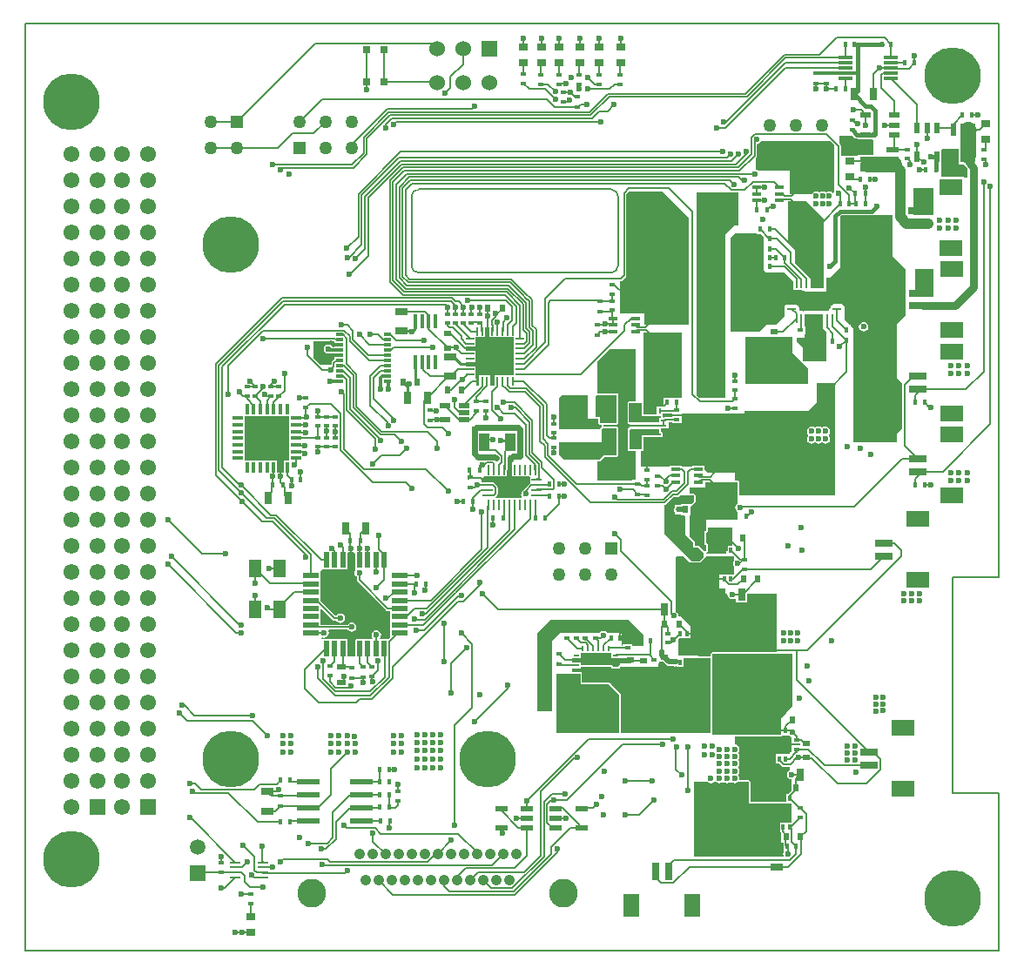
<source format=gtl>
G04*
G04 #@! TF.GenerationSoftware,Altium Limited,Altium Designer,18.1.9 (240)*
G04*
G04 Layer_Physical_Order=1*
G04 Layer_Color=255*
%FSLAX44Y44*%
%MOMM*%
G71*
G01*
G75*
%ADD10C,0.2540*%
%ADD11C,0.2000*%
%ADD14C,0.1524*%
%ADD16C,0.1520*%
%ADD18C,0.1500*%
%ADD19C,0.5000*%
%ADD21R,0.8000X1.3000*%
%ADD22R,1.1112X0.2540*%
%ADD23R,1.6000X1.0000*%
%ADD24R,0.4500X0.6000*%
%ADD25R,0.4000X0.6000*%
%ADD26R,0.6000X0.8000*%
%ADD27R,1.3000X0.8000*%
%ADD28R,0.3000X0.6000*%
%ADD29R,1.6000X0.6000*%
%ADD30R,2.4000X1.6000*%
%ADD31R,0.6000X0.4000*%
%ADD32R,0.7000X1.8000*%
%ADD33R,1.6000X2.2000*%
%ADD34R,0.2600X0.9000*%
%ADD35R,0.9000X0.2600*%
%ADD36R,2.9500X1.9500*%
%ADD37C,0.6000*%
%ADD38R,0.8000X0.5500*%
%ADD39R,0.8000X0.6000*%
%ADD40R,0.6000X0.4500*%
%ADD41R,1.1000X0.6000*%
%ADD42R,0.5032X0.3556*%
%ADD43R,0.7500X0.7000*%
%ADD44R,1.0400X0.3300*%
%ADD45R,0.3300X1.0400*%
%ADD46R,3.7000X3.7000*%
%ADD47R,0.9000X0.5000*%
%ADD48R,2.2000X0.6000*%
%ADD49R,5.5000X1.4300*%
%ADD50R,0.7000X1.3000*%
%ADD51R,0.9000X0.7000*%
%ADD52R,1.2700X0.5588*%
%ADD53R,1.4500X0.3000*%
%ADD54R,0.6000X1.1000*%
%ADD55R,0.5588X1.2700*%
%ADD56R,1.0000X1.6000*%
%ADD57R,1.3000X0.7000*%
%ADD58R,0.8400X0.2600*%
%ADD59R,0.2600X0.8400*%
%ADD60R,3.6000X3.6000*%
%ADD61R,0.4500X1.3500*%
%ADD62R,1.0000X0.4700*%
%ADD63R,1.0000X0.2500*%
%ADD64R,0.2500X1.0000*%
%ADD65R,3.4000X0.9800*%
%ADD66R,0.7000X0.3000*%
%ADD67R,1.8000X0.7000*%
%ADD68R,2.2000X1.6000*%
%ADD69R,1.2200X0.6000*%
%ADD70R,1.2000X1.8000*%
%ADD71R,1.5000X0.5500*%
%ADD72R,0.5500X1.5000*%
%ADD73R,1.0000X1.8000*%
%ADD74R,0.8500X0.3500*%
%ADD75R,0.2400X0.6000*%
%ADD76R,0.6000X0.2400*%
%ADD77R,0.2400X0.5750*%
%ADD78R,0.5750X0.2400*%
%ADD138R,1.7900X0.2200*%
%ADD139R,2.7000X0.8500*%
%ADD140R,2.7000X1.4500*%
%ADD141C,0.2500*%
%ADD142C,0.3000*%
%ADD143C,0.6000*%
%ADD144C,0.4000*%
%ADD145C,0.4500*%
%ADD146C,1.0000*%
%ADD147C,1.5000*%
%ADD148C,0.7500*%
%ADD149C,1.0668*%
%ADD150C,2.7940*%
%ADD151C,1.2700*%
%ADD152R,1.2700X1.2700*%
%ADD153R,1.5240X1.5240*%
%ADD154C,1.5240*%
%ADD155C,2.5400*%
%ADD156R,1.5500X1.5500*%
%ADD157C,1.5500*%
%ADD158C,1.5000*%
%ADD159R,1.5000X1.5000*%
%ADD160C,5.5000*%
G36*
X805943Y791152D02*
X805943Y791152D01*
X807191Y790318D01*
X808664Y790025D01*
X808664Y790025D01*
X809916D01*
Y789349D01*
X823964D01*
X824504Y788303D01*
Y774511D01*
X809916D01*
Y772946D01*
X807877D01*
Y773470D01*
X795829D01*
Y772946D01*
X793609D01*
Y782604D01*
X793431Y783496D01*
X792926Y784252D01*
X791464Y785714D01*
Y792484D01*
X804612D01*
X805943Y791152D01*
D02*
G37*
G36*
X907526Y765192D02*
X912806D01*
X913021Y764759D01*
X913045Y764738D01*
X913059Y764711D01*
X915924Y761077D01*
Y752500D01*
X912864D01*
Y752772D01*
X890524D01*
Y765192D01*
X890968D01*
Y779240D01*
X892014Y779780D01*
X907526D01*
Y765192D01*
D02*
G37*
G36*
X786384Y784202D02*
Y737815D01*
X785508Y737454D01*
X785114Y737370D01*
X783690Y738322D01*
X781925Y738673D01*
X780160Y738322D01*
X778790Y737406D01*
X778686Y737562D01*
X777190Y738561D01*
X775425Y738913D01*
X773660Y738561D01*
X772163Y737562D01*
X772059Y737406D01*
X770690Y738322D01*
X768925Y738673D01*
X767160Y738322D01*
X765663Y737322D01*
X764973Y736288D01*
X743204D01*
Y749222D01*
X743126Y749400D01*
Y759341D01*
X712586D01*
X711619Y759987D01*
X710184Y760273D01*
Y771302D01*
X711022Y772140D01*
X711527Y772896D01*
X711705Y773788D01*
Y784785D01*
X713229Y785089D01*
X714726Y786088D01*
X715668Y787498D01*
X783088D01*
X786384Y784202D01*
D02*
G37*
G36*
X883000Y715664D02*
X863600D01*
Y742028D01*
X883000D01*
Y715664D01*
D02*
G37*
G36*
X759743Y728980D02*
X776224Y712499D01*
X776224Y645858D01*
X775326Y644960D01*
X763524Y644963D01*
Y654278D01*
X762686Y655116D01*
Y655142D01*
X762660D01*
X748284Y669519D01*
Y681926D01*
X741870Y688340D01*
Y728980D01*
X759743Y728980D01*
D02*
G37*
G36*
X882904Y636576D02*
X865124D01*
Y662940D01*
X882904D01*
Y636576D01*
D02*
G37*
G36*
X711358Y697302D02*
X715511D01*
X718350Y694463D01*
Y662628D01*
X720890Y660088D01*
X738670D01*
X747039Y651720D01*
Y643094D01*
X755664D01*
X756450Y642308D01*
X758234D01*
Y623790D01*
X756441Y621997D01*
X751536Y626902D01*
Y627592D01*
X750846D01*
X749805Y628633D01*
X740867D01*
X739615Y628652D01*
X739615Y628653D01*
Y628653D01*
X739535Y628732D01*
X738670Y627868D01*
X738670Y627801D01*
X738670Y617498D01*
X730460Y609288D01*
X721541D01*
X714233Y601980D01*
X685644D01*
Y646840D01*
Y693422D01*
X690410Y698188D01*
X711358Y698188D01*
Y697302D01*
D02*
G37*
G36*
X645414Y712964D02*
Y609390D01*
X601951Y609390D01*
X601951Y620522D01*
X578104Y620522D01*
Y651427D01*
X578967D01*
X579859Y651605D01*
X580615Y652110D01*
X583990Y655485D01*
X584495Y656241D01*
X584673Y657133D01*
Y736317D01*
X587360Y739003D01*
X619374D01*
X645414Y712964D01*
D02*
G37*
G36*
X775540Y605423D02*
X778675Y602288D01*
Y573728D01*
X756175D01*
Y586704D01*
X750080Y592798D01*
Y596588D01*
X757700Y596588D01*
Y600104D01*
X758434D01*
Y607152D01*
X757700D01*
Y619448D01*
X775540Y619448D01*
Y605423D01*
D02*
G37*
G36*
X300427Y592752D02*
X300626Y592619D01*
Y587483D01*
X298562D01*
X297902Y588471D01*
X296405Y589471D01*
X294640Y589823D01*
X292875Y589471D01*
X291378Y588471D01*
X290378Y586975D01*
X290027Y585210D01*
X290378Y583445D01*
X291378Y581948D01*
X292875Y580948D01*
X294640Y580597D01*
X296405Y580948D01*
X296957Y581317D01*
X300626D01*
Y575727D01*
X300265Y575486D01*
X298466Y573687D01*
X297961Y572930D01*
X297783Y572038D01*
Y570045D01*
X286971D01*
X280306Y576710D01*
Y593417D01*
X299762D01*
X300427Y592752D01*
D02*
G37*
G36*
X746020Y581391D02*
X760984Y566427D01*
Y551180D01*
X700024D01*
X700024Y596885D01*
X746020D01*
X746020Y581391D01*
D02*
G37*
G36*
X451396Y597034D02*
X475346D01*
Y588084D01*
Y578084D01*
Y568084D01*
Y559782D01*
X456396D01*
Y550125D01*
X452044D01*
Y559782D01*
X441396D01*
Y550125D01*
X438313D01*
X438243Y550295D01*
Y556430D01*
X437653Y557020D01*
X438094Y558084D01*
X438094D01*
Y568732D01*
X428399D01*
Y573084D01*
X438094D01*
Y583732D01*
X428399D01*
Y588084D01*
X438094D01*
Y597034D01*
X447044D01*
Y606468D01*
X451396D01*
Y597034D01*
D02*
G37*
G36*
X685823Y738012D02*
X686714Y737834D01*
X693252D01*
Y705723D01*
X689242D01*
X681084Y697565D01*
Y538293D01*
X655508D01*
X652974Y540826D01*
Y698413D01*
Y738124D01*
X685655D01*
X685823Y738012D01*
D02*
G37*
G36*
X593515Y534840D02*
X592275D01*
X591109Y534357D01*
X591092Y534316D01*
X587219D01*
X586053Y533833D01*
X585570Y532667D01*
X585570Y514129D01*
X586053Y512962D01*
X587219Y512479D01*
X587391Y512307D01*
X587391Y509670D01*
X586825Y508635D01*
X586250Y508059D01*
X585766Y506892D01*
X585766Y487754D01*
X586250Y486588D01*
X587416Y486105D01*
X592072D01*
X592275Y486021D01*
X593515D01*
X593515Y458206D01*
X590574D01*
Y457962D01*
X556564D01*
Y475870D01*
X558069D01*
X559236Y476354D01*
X563503Y480621D01*
X575160Y480621D01*
X576326Y481104D01*
X576810Y482270D01*
Y508186D01*
X576684Y508489D01*
X576684Y508818D01*
X576452Y509050D01*
X576326Y509353D01*
X576023Y509478D01*
X575791Y509710D01*
X575616Y509783D01*
X575297Y509783D01*
X575004Y509908D01*
X562639Y510057D01*
Y512063D01*
X575261Y512063D01*
X576427Y512547D01*
X576910Y513713D01*
X576910Y540690D01*
X576427Y541857D01*
X575261Y542340D01*
X556564Y542340D01*
Y573821D01*
X568062Y585320D01*
X593515D01*
X593515Y534840D01*
D02*
G37*
G36*
X787384Y552418D02*
X787384Y522597D01*
Y442766D01*
X694693D01*
Y455930D01*
X694210Y457096D01*
X693044Y457580D01*
X690100D01*
Y464899D01*
X663661D01*
X660208Y468352D01*
Y472054D01*
X648660D01*
Y471111D01*
X647088D01*
X646196Y470933D01*
X646152Y470904D01*
X639338D01*
X639297Y470932D01*
X638406Y471109D01*
X638208D01*
Y472054D01*
X626660D01*
Y470904D01*
X598948D01*
Y486034D01*
X600082Y486504D01*
X600980Y487402D01*
X601463Y488568D01*
X601463Y492361D01*
X600980Y493528D01*
X600877Y493571D01*
Y499760D01*
X618391D01*
X619557Y500243D01*
X620041Y501409D01*
Y503161D01*
X619557Y504328D01*
X618391Y504811D01*
X618077D01*
Y507790D01*
X618325Y508161D01*
X625475D01*
Y514397D01*
X629206D01*
Y513204D01*
X638254D01*
Y520252D01*
X629206D01*
Y519059D01*
X621794D01*
X621139Y518928D01*
X620284Y519382D01*
X619869Y519718D01*
Y520361D01*
X619675Y520829D01*
Y522555D01*
X629206D01*
Y522204D01*
X638254D01*
Y522597D01*
X699394D01*
Y525680D01*
X762063D01*
X769862Y533480D01*
X769863Y552418D01*
X787384Y552418D01*
D02*
G37*
G36*
X638311Y538270D02*
X620929D01*
Y529447D01*
X619675Y529409D01*
Y529409D01*
X614227D01*
Y522011D01*
X601135D01*
Y529031D01*
X601291Y529409D01*
X601291Y533190D01*
X601135Y533569D01*
Y601698D01*
X638311D01*
Y538270D01*
D02*
G37*
G36*
X256726Y515040D02*
X256726D01*
Y514888D01*
X256726D01*
Y508540D01*
X256726D01*
Y508388D01*
X256726D01*
Y503158D01*
X256726Y502040D01*
X256726D01*
Y501888D01*
X256726D01*
Y495540D01*
X256726D01*
Y495388D01*
X256726D01*
Y490158D01*
X256726Y489040D01*
X256726D01*
Y488888D01*
X256726D01*
Y483658D01*
X256726Y482540D01*
X256726D01*
Y482388D01*
X256726D01*
Y477088D01*
X251426D01*
Y465342D01*
X244774D01*
Y477088D01*
X239544D01*
X238426Y477088D01*
Y477088D01*
X238274D01*
Y477088D01*
X231926D01*
Y477088D01*
X231774D01*
Y477088D01*
X225426D01*
Y477088D01*
X225274D01*
Y477088D01*
X218926D01*
Y477088D01*
X218774D01*
Y477088D01*
X213474D01*
Y482388D01*
X213474D01*
Y482540D01*
X213474D01*
Y488888D01*
X213474D01*
Y489040D01*
X213474D01*
Y495388D01*
X213474D01*
Y495540D01*
X213474D01*
Y501888D01*
X213474D01*
Y502040D01*
X213474D01*
Y508388D01*
X213474D01*
Y508540D01*
X213474D01*
Y514888D01*
X213474D01*
Y515040D01*
X213474D01*
Y520340D01*
X218774D01*
X218774Y520340D01*
X218926D01*
Y520340D01*
X220044Y520340D01*
X225274D01*
Y520340D01*
X225426D01*
Y520340D01*
X231774D01*
Y520340D01*
X231926D01*
Y520340D01*
X238274D01*
Y520340D01*
X238426D01*
Y520340D01*
X244774D01*
Y520340D01*
X244926D01*
Y520340D01*
X251274D01*
Y520340D01*
X251426D01*
Y520340D01*
X256726D01*
Y515040D01*
D02*
G37*
G36*
X599642Y533190D02*
X599642Y529409D01*
X599227D01*
Y520361D01*
X618219D01*
Y518609D01*
X616427D01*
Y514129D01*
X587219Y514129D01*
X587219Y532667D01*
X592275D01*
Y533190D01*
X599642Y533190D01*
D02*
G37*
G36*
X575261Y540690D02*
X575261Y513713D01*
X558952Y513713D01*
Y519016D01*
X554990D01*
X554990Y539793D01*
X555887Y540690D01*
X575261Y540690D01*
D02*
G37*
G36*
X547370Y517190D02*
X557303D01*
Y513713D01*
X557786Y512547D01*
X558952Y512063D01*
X560990D01*
Y509959D01*
X560691Y509837D01*
X560108Y509604D01*
X560106Y509599D01*
X560101Y509597D01*
X559198Y508704D01*
X559196Y508699D01*
X559191Y508698D01*
X558950Y508117D01*
X558762Y507671D01*
X519092D01*
Y537812D01*
X521970Y540690D01*
X547370D01*
Y517190D01*
D02*
G37*
G36*
X843280Y715518D02*
X843280Y675832D01*
X855726Y663044D01*
Y618468D01*
X847568Y610310D01*
X847568Y557466D01*
X852990Y551895D01*
X852834Y551116D01*
Y508067D01*
X847568Y502800D01*
Y494988D01*
X805248Y494988D01*
X805248Y605295D01*
X802327Y608217D01*
Y608711D01*
X801833D01*
X797090Y613453D01*
X797090Y627068D01*
X794550Y629608D01*
X785440D01*
Y628652D01*
X784381Y627592D01*
X783189D01*
Y626400D01*
X781557Y624768D01*
X778659D01*
Y654668D01*
X782940D01*
X792940Y664668D01*
X792940Y714581D01*
X793877Y715518D01*
X843280Y715518D01*
D02*
G37*
G36*
X574984Y508259D02*
X575160Y508186D01*
Y482270D01*
X562820Y482271D01*
X558069Y477520D01*
X524180D01*
X519104Y482596D01*
Y494713D01*
X560357Y494713D01*
Y507531D01*
X561260Y508424D01*
X574984Y508259D01*
D02*
G37*
G36*
X616427Y507790D02*
Y503161D01*
X618391D01*
Y501409D01*
X599227D01*
Y492361D01*
X599814D01*
X599814Y488568D01*
X598916Y487670D01*
X592275Y487670D01*
Y487754D01*
X587416D01*
X587416Y506892D01*
X588314Y507790D01*
X616427Y507790D01*
D02*
G37*
G36*
X473130Y474200D02*
Y461376D01*
X489694D01*
X490880Y461174D01*
Y455131D01*
X490756Y455048D01*
X485016Y449308D01*
X484511Y448552D01*
X484499Y448494D01*
X483402Y447762D01*
X482402Y446265D01*
X482051Y444500D01*
X482402Y442735D01*
X483098Y441694D01*
X482509Y440424D01*
X457651D01*
X457266Y441694D01*
X457352Y441752D01*
X458852Y443252D01*
X459357Y444008D01*
X459535Y444900D01*
Y450500D01*
X459357Y451392D01*
X458852Y452148D01*
X456042Y454959D01*
X455928Y455034D01*
Y456174D01*
X443904D01*
Y459320D01*
X446957Y462373D01*
X448130Y461887D01*
Y461376D01*
X468678D01*
Y467582D01*
X468771Y467722D01*
X468949Y468614D01*
Y474200D01*
X473130D01*
D02*
G37*
G36*
X650240Y437251D02*
X647416Y434427D01*
X646554Y434784D01*
Y434784D01*
X637506D01*
Y433784D01*
X631444D01*
Y431229D01*
X631177Y430830D01*
X630865Y429260D01*
X631177Y427690D01*
X631444Y427291D01*
Y424736D01*
X637506D01*
Y423736D01*
X641132D01*
X642030Y422838D01*
X642030Y404774D01*
X649192Y397612D01*
Y392128D01*
X654676D01*
X659516Y387288D01*
X659516Y383418D01*
X655320Y379222D01*
X647534D01*
X621792Y406251D01*
Y433651D01*
X622634Y433818D01*
X623390Y434324D01*
X630776Y441709D01*
X634232D01*
X635124Y441887D01*
X635880Y442392D01*
X636505Y443017D01*
X650240D01*
Y437251D01*
D02*
G37*
G36*
X693044Y435463D02*
X691682Y434554D01*
X690683Y433057D01*
X690331Y431292D01*
X690683Y429527D01*
X691682Y428030D01*
X693044Y427121D01*
Y419200D01*
X661924D01*
Y408084D01*
X660304D01*
Y395036D01*
X661924D01*
Y389134D01*
X660106D01*
X659795Y389342D01*
X655842Y393294D01*
X654676Y393778D01*
X650842D01*
Y397612D01*
X650358Y398778D01*
X646135Y403002D01*
Y423736D01*
X646554D01*
Y431803D01*
X647416Y432777D01*
X647719Y432903D01*
X648047D01*
X648279Y433135D01*
X648583Y433260D01*
X651406Y436084D01*
X651890Y437251D01*
Y443017D01*
X651406Y444183D01*
X650240Y444666D01*
X646135D01*
Y451009D01*
X661302D01*
Y455930D01*
X693044D01*
Y435463D01*
D02*
G37*
G36*
X687324Y394444D02*
X683246D01*
Y388620D01*
X681736D01*
X681736Y386080D01*
X662414Y386080D01*
X662305Y386311D01*
X662945Y387908D01*
X663090Y387968D01*
X663574Y389134D01*
Y395036D01*
X663090Y396202D01*
X661954Y396673D01*
Y406447D01*
X663090Y406918D01*
X663574Y408084D01*
Y412242D01*
X687324Y412242D01*
Y394444D01*
D02*
G37*
G36*
X320794Y386674D02*
Y371080D01*
X320794D01*
X321063Y370576D01*
X320542Y369797D01*
X320191Y368032D01*
X320542Y366267D01*
X321542Y364770D01*
X322486Y364140D01*
Y360841D01*
X322662Y359954D01*
X323165Y359202D01*
X350902Y331465D01*
X351654Y330962D01*
X352542Y330785D01*
X355044D01*
Y320830D01*
Y312830D01*
Y304856D01*
X353316Y303128D01*
X345519D01*
X345043Y304398D01*
X345830Y305575D01*
X346181Y307340D01*
X345830Y309105D01*
X344830Y310602D01*
X343333Y311602D01*
X341568Y311953D01*
X339803Y311602D01*
X338306Y310602D01*
X337307Y309105D01*
X336955Y307340D01*
X337307Y305575D01*
X338093Y304398D01*
X337690Y303324D01*
X337530Y303128D01*
X320794D01*
Y286512D01*
X313342D01*
Y303128D01*
X288946D01*
X287876Y304198D01*
X288686Y305184D01*
X289003Y304972D01*
X290768Y304621D01*
X292533Y304972D01*
X294030Y305972D01*
X295030Y307469D01*
X295381Y309234D01*
X295030Y310999D01*
X294789Y311359D01*
X295468Y312629D01*
X313616D01*
X314238Y311698D01*
X315735Y310699D01*
X317500Y310347D01*
X319265Y310699D01*
X320762Y311698D01*
X321762Y313195D01*
X322113Y314960D01*
X321762Y316725D01*
X320762Y318222D01*
X319265Y319221D01*
X317500Y319573D01*
X315735Y319221D01*
X314238Y318222D01*
X313616Y317291D01*
X287092D01*
Y320830D01*
Y332607D01*
X288265Y333093D01*
X299297Y322062D01*
X300053Y321557D01*
X300945Y321379D01*
X302484D01*
X303106Y320448D01*
X304603Y319449D01*
X306368Y319097D01*
X308133Y319449D01*
X309630Y320448D01*
X310630Y321945D01*
X310981Y323710D01*
X310630Y325475D01*
X309630Y326972D01*
X308133Y327971D01*
X306368Y328323D01*
X304603Y327971D01*
X303106Y326972D01*
X302914Y326684D01*
X301391Y326560D01*
X287092Y340859D01*
Y352830D01*
Y360830D01*
Y369378D01*
X287092Y369378D01*
X287092D01*
X287939Y370235D01*
X287946Y370242D01*
X288794Y371080D01*
Y371080D01*
X288794Y371080D01*
X313342D01*
Y387565D01*
X319895Y387571D01*
X320794Y386674D01*
D02*
G37*
G36*
X640477Y384240D02*
X646339Y378084D01*
X646359Y378076D01*
X646367Y378056D01*
X646933Y377821D01*
X647494Y377573D01*
X647514Y377581D01*
X647534Y377572D01*
X655320D01*
X656486Y378056D01*
X660682Y382252D01*
X661000Y383018D01*
X661165Y383418D01*
X661945Y384196D01*
X688753Y384140D01*
X688904Y383989D01*
Y378705D01*
X688782Y378523D01*
X688431Y376757D01*
X688782Y374992D01*
X688904Y374810D01*
Y366444D01*
X683246D01*
Y366444D01*
X682559Y365759D01*
X675294Y365782D01*
X675294Y347472D01*
X682389D01*
X682891Y346860D01*
X683242Y345095D01*
X684242Y343598D01*
X685739Y342598D01*
X687504Y342247D01*
X689269Y342598D01*
X690030Y343107D01*
X691300Y342428D01*
Y339026D01*
X702348D01*
Y347472D01*
X730803Y347472D01*
X730803Y290529D01*
X694944Y290529D01*
Y290529D01*
X694844Y290429D01*
X668020Y290430D01*
X666854Y289946D01*
X666370Y288780D01*
Y286203D01*
X654304D01*
X654304Y302156D01*
X635000Y302156D01*
Y303457D01*
X635703Y304160D01*
X639958D01*
Y304234D01*
X646554D01*
Y316106D01*
X637556Y325104D01*
X635821D01*
X635081Y326006D01*
X634729Y327771D01*
X633730Y329267D01*
X632616Y330011D01*
X632616Y383358D01*
X633515Y384255D01*
X640477Y384240D01*
D02*
G37*
G36*
X586269Y322044D02*
X600964Y307349D01*
Y297054D01*
X590248Y297054D01*
Y298508D01*
X581200D01*
Y297063D01*
X579924D01*
Y308233D01*
X578385Y309772D01*
X565669D01*
X565626Y309837D01*
X564129Y310837D01*
X562364Y311188D01*
X560599Y310837D01*
X559103Y309837D01*
X559059Y309772D01*
X520171D01*
X512004Y301606D01*
Y274904D01*
X512002Y233150D01*
X498763Y233138D01*
X497864Y234035D01*
Y309205D01*
X510703Y322044D01*
X567224Y322044D01*
X586269Y322044D01*
D02*
G37*
G36*
X569590Y285079D02*
X578388D01*
X578388Y278374D01*
X577222Y277890D01*
X576740Y276729D01*
X571238D01*
X570756Y277890D01*
X569590Y278374D01*
X540138D01*
Y280527D01*
X531664D01*
X531664Y285079D01*
X540138D01*
Y290029D01*
X569590D01*
Y285079D01*
D02*
G37*
G36*
X666370Y284553D02*
X666370Y211654D01*
X579134Y211654D01*
X579034Y211804D01*
Y249577D01*
X578550Y250744D01*
X570088Y259206D01*
Y260577D01*
X568717D01*
X568530Y260764D01*
X567952Y261003D01*
X567376Y261248D01*
X541490Y261446D01*
Y269868D01*
X541007Y271034D01*
X539840Y271517D01*
X531770D01*
Y275079D01*
X540138D01*
Y276724D01*
X569590D01*
Y275079D01*
X578388D01*
Y276724D01*
X615484Y276724D01*
Y279840D01*
X616291D01*
Y281344D01*
X620006D01*
X622846Y278503D01*
X624178Y277614D01*
X625748Y277301D01*
X630175D01*
X630413Y277143D01*
X632178Y276791D01*
X632953Y276945D01*
X633910Y276160D01*
Y276160D01*
X639958D01*
Y284553D01*
X666370Y284553D01*
D02*
G37*
G36*
X539840Y260279D02*
X539964D01*
Y259809D01*
X567363Y259598D01*
X577384Y249577D01*
Y211804D01*
X516910Y211804D01*
Y269868D01*
X539840D01*
Y260279D01*
D02*
G37*
G36*
X745972Y288780D02*
Y237884D01*
X734853Y225622D01*
Y210366D01*
X716139D01*
Y210324D01*
X668020Y210324D01*
X668020Y288780D01*
X745972Y288780D01*
D02*
G37*
G36*
X742760Y209360D02*
X744257Y208361D01*
X745569Y208099D01*
Y201817D01*
X753910D01*
Y199865D01*
X745569D01*
Y193040D01*
X743803D01*
Y191792D01*
X743589Y191649D01*
X742437Y191366D01*
Y191366D01*
X736389D01*
X736388Y191366D01*
X735937D01*
Y191366D01*
X735118Y191366D01*
X729889D01*
Y182318D01*
X732907D01*
X735531Y179693D01*
X736288Y179188D01*
X737180Y179011D01*
X743803D01*
Y176062D01*
X743519Y176005D01*
X742022Y175006D01*
X741022Y173509D01*
X740671Y171744D01*
X741022Y169979D01*
X742022Y168482D01*
X743519Y167482D01*
X745284Y167131D01*
X745549Y166914D01*
X745549Y163804D01*
X744932D01*
Y156052D01*
X742024Y153144D01*
X740316D01*
Y144780D01*
X705230D01*
Y164630D01*
X704746Y165796D01*
X703580Y166280D01*
X695207D01*
X694401Y167261D01*
X694477Y167640D01*
X694126Y169405D01*
X693126Y170902D01*
Y171628D01*
X694126Y173125D01*
X694477Y174890D01*
X694126Y176655D01*
X693126Y178152D01*
Y178878D01*
X694126Y180375D01*
X694477Y182140D01*
X694126Y183905D01*
X693126Y185402D01*
X693577Y186628D01*
X694143Y187476D01*
X694494Y189241D01*
X694143Y191006D01*
X693143Y192502D01*
Y193080D01*
X694143Y194576D01*
X694494Y196341D01*
X694143Y198107D01*
X693143Y199603D01*
X691646Y200603D01*
X689881Y200954D01*
X689864Y200968D01*
Y208675D01*
X716139Y208675D01*
X716238Y208716D01*
X734853D01*
X736020Y209199D01*
X736284Y209838D01*
X742441D01*
X742760Y209360D01*
D02*
G37*
G36*
X703580Y143130D02*
X745534D01*
X745549Y143115D01*
Y125144D01*
X740316D01*
Y125144D01*
X739864D01*
Y125144D01*
X733816D01*
Y116096D01*
X734509D01*
Y116090D01*
X734687Y115198D01*
X735192Y114442D01*
X735352Y114282D01*
Y105456D01*
X737223D01*
Y102830D01*
X737260Y102645D01*
Y97076D01*
X737260D01*
X737726Y96205D01*
X737419Y95745D01*
X737067Y93980D01*
X737320Y92710D01*
X736525Y91440D01*
X650404D01*
Y164630D01*
X663340D01*
X663508Y164378D01*
X665004Y163379D01*
X666770Y163027D01*
X668535Y163379D01*
X670031Y164378D01*
X670199Y164630D01*
X671434D01*
X671602Y164378D01*
X673099Y163379D01*
X674864Y163027D01*
X676629Y163379D01*
X677828Y164179D01*
X678614Y164302D01*
X679400Y164179D01*
X680599Y163379D01*
X682364Y163027D01*
X684129Y163379D01*
X685328Y164179D01*
X686114Y164302D01*
X686900Y164179D01*
X688099Y163379D01*
X689864Y163027D01*
X691629Y163379D01*
X693126Y164378D01*
X693294Y164630D01*
X703580D01*
Y143130D01*
D02*
G37*
%LPC*%
G36*
X771401Y510313D02*
X769636Y509962D01*
X768139Y508962D01*
X768036Y508806D01*
X766666Y509721D01*
X764901Y510073D01*
X763136Y509721D01*
X761639Y508722D01*
X760639Y507225D01*
X760288Y505460D01*
X760639Y503695D01*
X761440Y502496D01*
X761561Y501650D01*
X761440Y500804D01*
X760639Y499605D01*
X760288Y497840D01*
X760639Y496075D01*
X761639Y494578D01*
X763136Y493578D01*
X764901Y493227D01*
X766666Y493578D01*
X768151Y494571D01*
X769636Y493578D01*
X771401Y493227D01*
X773166Y493578D01*
X774651Y494571D01*
X776136Y493578D01*
X777901Y493227D01*
X779666Y493578D01*
X781162Y494578D01*
X782162Y496075D01*
X782513Y497840D01*
X782162Y499605D01*
X781361Y500804D01*
X781241Y501650D01*
X781361Y502496D01*
X782162Y503695D01*
X782513Y505460D01*
X782162Y507225D01*
X781162Y508722D01*
X779666Y509721D01*
X777901Y510073D01*
X776136Y509721D01*
X774766Y508806D01*
X774662Y508962D01*
X773166Y509962D01*
X771401Y510313D01*
D02*
G37*
G36*
X815340Y611673D02*
X813575Y611321D01*
X812078Y610322D01*
X811078Y608825D01*
X810727Y607060D01*
X811078Y605295D01*
X812078Y603798D01*
X813575Y602799D01*
X815340Y602447D01*
X817105Y602799D01*
X818602Y603798D01*
X819602Y605295D01*
X819953Y607060D01*
X819602Y608825D01*
X818602Y610322D01*
X817105Y611321D01*
X815340Y611673D01*
D02*
G37*
%LPD*%
D10*
X734472Y171744D02*
X735456Y170760D01*
Y157280D02*
Y170760D01*
Y153736D02*
Y157280D01*
X730340Y148620D02*
X735456Y153736D01*
D11*
X365500Y622148D02*
X388620D01*
X392500Y612140D02*
Y618268D01*
X388620Y622148D02*
X392500Y618268D01*
X513649Y512871D02*
Y519237D01*
X694944Y432244D02*
X806132D01*
X578866Y389352D02*
Y400050D01*
Y389352D02*
X628468Y339749D01*
X573024Y405892D02*
X578866Y400050D01*
X694944Y431292D02*
Y432244D01*
X806132D02*
X852654Y478766D01*
X628468Y328006D02*
Y339749D01*
Y328006D02*
X630468Y326006D01*
X855408Y491428D02*
X868070Y478766D01*
X469392Y255029D02*
Y258572D01*
X437382Y223018D02*
X469392Y255029D01*
X405240Y509550D02*
X411370Y503420D01*
X391227Y509550D02*
X405240D01*
X387858Y535186D02*
X391046Y538374D01*
X387858Y512919D02*
Y535186D01*
Y512919D02*
X391227Y509550D01*
X683401Y528179D02*
X690270D01*
X441898Y625856D02*
Y627380D01*
Y620896D02*
Y625856D01*
X852654Y478766D02*
X868070D01*
X855408Y491428D02*
Y551116D01*
X862076Y557784D01*
X866843D01*
X868070Y559011D01*
X679971Y472440D02*
X687458D01*
X679971Y482025D02*
X687458D01*
X679971Y491610D02*
X687458D01*
X572764Y647954D02*
X583184Y637534D01*
X570484Y647954D02*
X572764D01*
X392500Y605244D02*
X410750Y586994D01*
X392500Y605244D02*
Y612140D01*
X386000Y572640D02*
X387096Y571544D01*
Y565475D02*
Y571544D01*
Y565475D02*
X393822Y558748D01*
X411420D01*
X441706Y620704D02*
X441898Y620896D01*
X296920Y177036D02*
X313644Y193760D01*
X296920Y151970D02*
Y177036D01*
X284264Y139314D02*
X296920Y151970D01*
X275274Y139314D02*
X284264D01*
X246720Y156940D02*
Y157100D01*
X244944Y155164D02*
X246720Y156940D01*
X235234Y155164D02*
X244944D01*
X238384Y152014D02*
X239674Y150724D01*
X247904D01*
X273864Y140724D02*
X275274Y139314D01*
X247904Y140724D02*
X273864D01*
X235234Y136164D02*
X243344D01*
X247904Y140724D01*
X273984Y150724D02*
X275174Y151914D01*
X247904Y150724D02*
X273984D01*
X694944Y501196D02*
X702430D01*
X679971D02*
X687458D01*
X694944Y491610D02*
X695025Y491692D01*
X702430D01*
X702390Y482025D02*
X702430Y482066D01*
X694944Y482025D02*
X702390D01*
X694944Y472440D02*
X702430D01*
X656434Y304434D02*
Y308684D01*
X646684Y294684D02*
X656434Y304434D01*
X643434Y308684D02*
X649934D01*
X585724Y309414D02*
X588194Y311884D01*
X585724Y304734D02*
Y309414D01*
X588264Y283324D02*
X589014Y282574D01*
X600964D01*
X411420Y558748D02*
X413330D01*
X391046Y538374D02*
X411420Y558748D01*
X413330D02*
X420490Y565908D01*
X432370D01*
X633399Y197699D02*
Y198500D01*
X632700Y197000D02*
X633399Y197699D01*
X632700Y176800D02*
Y197000D01*
X644199Y196775D02*
Y198900D01*
X644024Y196600D02*
X644199Y196775D01*
X644024Y156421D02*
Y196600D01*
X644001Y156398D02*
X644024Y156421D01*
X632700Y176800D02*
X638500Y171000D01*
X791000Y736900D02*
X792397Y735503D01*
Y726440D02*
Y735503D01*
X801060Y742380D02*
X807137Y736600D01*
D14*
X506884Y501180D02*
Y531736D01*
Y501180D02*
X509364Y498700D01*
X484562Y554058D02*
X506884Y531736D01*
X841994Y858314D02*
X859258D01*
X449220Y624780D02*
X449392Y624608D01*
Y602758D02*
Y602930D01*
X423944Y544000D02*
X434002Y554058D01*
X445133Y457353D02*
X459740D01*
X514559Y128630D02*
X525780D01*
X230124Y87612D02*
X231210Y86526D01*
X355133Y599400D02*
X360935Y593598D01*
X351900Y599400D02*
X355133D01*
X357940Y586740D02*
X396240D01*
X355600Y584400D02*
X357940Y586740D01*
X351900Y584400D02*
X355600D01*
X538549Y139040D02*
X552044D01*
X449314Y453311D02*
X454394D01*
X441880Y467900D02*
Y472440D01*
X240547Y461111D02*
X240840Y461404D01*
X240547Y451951D02*
Y461111D01*
X358346Y516162D02*
Y517954D01*
X338734Y537566D02*
X358346Y517954D01*
X338734Y537566D02*
Y557886D01*
X345248Y564400D01*
X351900D01*
X353060Y510540D02*
Y513080D01*
X335686Y530454D02*
X353060Y513080D01*
X335686Y530454D02*
Y559264D01*
X322062Y529695D02*
Y561253D01*
X319014Y528432D02*
Y559990D01*
X315966Y527170D02*
Y557567D01*
X309133Y559400D02*
X312918Y555615D01*
Y525907D02*
Y555615D01*
X307340Y543560D02*
X309724Y541176D01*
X335686Y559264D02*
X345822Y569400D01*
X309133Y564400D02*
X315966Y557567D01*
X467671Y486831D02*
Y495379D01*
X466647Y485807D02*
X467671Y486831D01*
X466647Y482631D02*
Y485807D01*
X466618Y482602D02*
X466647Y482631D01*
X466618Y468614D02*
Y482602D01*
X457594Y487141D02*
X463570Y481165D01*
Y475397D02*
Y481165D01*
X460904Y472731D02*
X463570Y475397D01*
X487184Y481792D02*
Y511987D01*
Y481792D02*
X495513Y473463D01*
X493256Y484308D02*
Y516348D01*
Y484308D02*
X502464Y475099D01*
X460904Y467900D02*
Y472731D01*
X502464Y470640D02*
Y475099D01*
Y470640D02*
X514390Y458714D01*
Y450330D02*
Y458714D01*
X475998Y533606D02*
X493256Y516348D01*
X465026Y533606D02*
X475998D01*
X444500Y472440D02*
X445961D01*
X441880D02*
X444500D01*
X451475Y487141D02*
X457594D01*
X443904Y494713D02*
X451475Y487141D01*
X455904Y467900D02*
Y473671D01*
X454389Y475186D02*
X455904Y473671D01*
X448707Y475186D02*
X454389D01*
X445961Y472440D02*
X448707Y475186D01*
X865704Y540213D02*
X872001Y546511D01*
X872580Y767080D02*
X873760D01*
X867444Y772216D02*
X872580Y767080D01*
X773616Y707659D02*
X792397Y726440D01*
X791708Y587714D02*
X798287Y594293D01*
X798553Y594027D01*
X784863Y607717D02*
X798287Y594293D01*
X655530Y461184D02*
X655608Y461262D01*
X462280Y517272D02*
Y517673D01*
X459108Y528320D02*
X459930D01*
X453822Y526130D02*
Y544062D01*
Y526130D02*
X462280Y517673D01*
X462574Y496567D02*
X463762Y495379D01*
X462574Y496567D02*
X470491D01*
X454973Y496692D02*
Y497166D01*
X448465D02*
X454973D01*
X465215Y523034D02*
X476138D01*
X459930Y528320D02*
X465215Y523034D01*
X464820Y533400D02*
X465026Y533606D01*
X453822Y544062D02*
X459108Y549348D01*
X476138Y523034D02*
X487184Y511987D01*
X470416Y544102D02*
X485897D01*
X471678Y547150D02*
X487160D01*
X469220Y549608D02*
X471678Y547150D01*
X467360Y547158D02*
X470416Y544102D01*
X467360Y547158D02*
X467360D01*
X464394Y550124D02*
X467360Y547158D01*
X469220Y549608D02*
Y554058D01*
X446678Y495100D02*
Y495379D01*
X465904Y467900D02*
X466618Y468614D01*
X463762Y495379D02*
X467671D01*
X824840Y833120D02*
Y853210D01*
X830388Y858758D01*
X841994D01*
X816940Y742788D02*
X817137Y742591D01*
Y736600D02*
Y742591D01*
X816940Y736403D02*
X817137Y736600D01*
X816940Y726440D02*
Y736403D01*
X832380Y839024D02*
X844940Y826464D01*
X832380Y839024D02*
Y852208D01*
X833930Y853758D01*
X841994D01*
X472368Y461953D02*
X480060Y454261D01*
Y453281D02*
Y454261D01*
X470491Y496567D02*
X471678Y495379D01*
X446678D02*
X448465Y497166D01*
X495513Y468291D02*
Y473463D01*
X497404Y448991D02*
X513051D01*
X508363Y481878D02*
Y493221D01*
X500696Y495808D02*
X505315Y491189D01*
X500696Y495808D02*
Y529303D01*
X505315Y480616D02*
Y491189D01*
Y480616D02*
X549959Y435972D01*
X503744Y497840D02*
Y530565D01*
X508363Y481878D02*
X535809Y454432D01*
X503744Y497840D02*
X508363Y493221D01*
X497404Y453400D02*
X509228D01*
X485897Y544102D02*
X500696Y529303D01*
X487160Y547150D02*
X503744Y530565D01*
X474220Y554058D02*
X484562D01*
X432364Y460780D02*
Y467416D01*
X431880Y467900D02*
X432364Y467416D01*
X442719Y459767D02*
X445133Y457353D01*
X432365Y459767D02*
X442719D01*
X432365Y450779D02*
X436972D01*
X439411Y453311D02*
X439504D01*
X436880Y450780D02*
X439411Y453311D01*
X443220Y448400D02*
X449404D01*
X435284Y440464D02*
X443220Y448400D01*
X436972Y450779D02*
X439504Y453311D01*
X420054Y436880D02*
X426284D01*
X435284Y429260D02*
Y436880D01*
Y440464D01*
X389905Y468505D02*
X411370Y447040D01*
X329394Y468505D02*
X389905D01*
X454804Y414020D02*
Y421000D01*
X441960Y355745D02*
Y358140D01*
X426325Y340110D02*
X441960Y355745D01*
X444500Y347556D02*
X459893Y332164D01*
X729062Y220401D02*
X731972D01*
X730517Y218946D02*
X734622Y214841D01*
X744242D02*
X750093Y208991D01*
X699644Y380620D02*
Y399075D01*
X698371Y380494D02*
Y380620D01*
X754686Y205341D02*
X759673Y200354D01*
X754070Y94590D02*
Y110980D01*
X459893Y332164D02*
X621904D01*
X420620Y340110D02*
X426325D01*
X375840Y746582D02*
X680298D01*
X369842Y740584D02*
X375840Y746582D01*
X369842Y657133D02*
Y740584D01*
X374545Y749630D02*
X684725D01*
X366794Y741879D02*
X374545Y749630D01*
X366794Y655871D02*
Y741879D01*
X373252Y752678D02*
X693850D01*
X363746Y743172D02*
X373252Y752678D01*
X363746Y654608D02*
Y743172D01*
X370948Y755726D02*
X709854D01*
X360680Y745458D02*
X370948Y755726D01*
X360680Y653364D02*
Y745458D01*
X749456Y158280D02*
Y167728D01*
Y157280D02*
Y158280D01*
X225250Y76240D02*
Y76352D01*
Y76240D02*
X230924D01*
X223082Y78520D02*
X225250Y76352D01*
X223082Y78520D02*
Y91692D01*
X210574Y81240D02*
X215904Y86570D01*
X203924Y81240D02*
X210574D01*
X230124Y87612D02*
Y101600D01*
X203924Y18000D02*
X211040D01*
X219649D01*
X190500Y85740D02*
Y91440D01*
X797994Y880710D02*
X798114Y880830D01*
X354715Y812800D02*
X546100Y812800D01*
X332071Y790156D02*
X354715Y812800D01*
X546100Y812800D02*
X546100Y812800D01*
X745284Y171744D02*
X753472D01*
X750093Y205341D02*
Y208991D01*
X739413Y214841D02*
X744242D01*
X749456Y167728D02*
X753472Y171744D01*
X753876Y138920D02*
X759460Y133336D01*
Y116564D02*
Y133336D01*
X753876Y110980D02*
X759460Y116564D01*
X741680Y93980D02*
Y100704D01*
X740784Y101600D02*
X741680Y100704D01*
X741420Y81940D02*
X754070Y94590D01*
X730340Y81940D02*
X741420D01*
X759573Y187674D02*
X764919D01*
X759292Y187955D02*
X759573Y187674D01*
X739554Y102830D02*
Y113376D01*
X671614Y361920D02*
Y372670D01*
X665114Y361920D02*
Y366170D01*
X671614Y353260D02*
Y361920D01*
X750093Y292730D02*
X760684D01*
X726474D02*
X750093D01*
Y263827D02*
Y292730D01*
Y263827D02*
X820440Y193480D01*
X851494Y383540D02*
Y389970D01*
X760684Y292730D02*
X851494Y383540D01*
X751840Y187955D02*
X759292D01*
X750573D02*
X751840D01*
X743251Y186842D02*
X749650Y193241D01*
X739413Y186842D02*
X743251D01*
X750093Y193241D02*
Y196341D01*
X749650Y193241D02*
X750093D01*
X736840Y116090D02*
X739554Y113376D01*
X736840Y116090D02*
Y120620D01*
X723840Y124870D02*
X733590Y134620D01*
X723840Y120620D02*
Y124870D01*
Y120620D02*
X730340D01*
X739554Y102830D02*
X740784Y101600D01*
X743340Y151164D02*
X749456Y157280D01*
X743340Y148620D02*
Y151164D01*
Y148620D02*
X753040Y138920D01*
X753876D01*
Y110980D02*
X754070D01*
X646311Y81940D02*
X730340D01*
X630411Y66040D02*
X646311Y81940D01*
X618451Y66040D02*
X630411D01*
X613030Y71462D02*
X618451Y66040D01*
X613030Y71462D02*
Y77380D01*
X702040Y422640D02*
X706120Y426720D01*
X700894Y422640D02*
X702040D01*
X666270Y461262D02*
X669828Y464820D01*
X655608Y461262D02*
X666270D01*
X655530Y461184D02*
X655530D01*
X654434Y462280D02*
X655530Y461184D01*
X699304Y371494D02*
X822298D01*
X684037Y356420D02*
X692871D01*
X679770Y360687D02*
X684037Y356420D01*
X679770Y360687D02*
Y361920D01*
X673270D02*
X679770D01*
X671614D02*
X673270D01*
X666770D02*
X671614D01*
X665114D02*
X666770D01*
X698371Y380620D02*
X699304D01*
X695570D02*
X698371D01*
X686270Y389920D02*
X695570Y380620D01*
X694635Y376757D02*
X698371Y380494D01*
X693044Y376757D02*
X694635D01*
X683399Y401320D02*
X693088Y391631D01*
X697399Y401320D02*
X699644Y399075D01*
X649975Y385873D02*
X656844D01*
X645704Y390144D02*
X649975Y385873D01*
X791278Y745626D02*
Y782604D01*
X779246Y794636D02*
X791278Y782604D01*
X709275Y794636D02*
X779246D01*
X791278Y745626D02*
X801397Y735507D01*
X699734Y740165D02*
X707643Y748074D01*
X686714Y740165D02*
X699734D01*
X680298Y746582D02*
X686714Y740165D01*
X697228Y749300D02*
X699768D01*
X693850Y752678D02*
X697228Y749300D01*
X684725Y749630D02*
X688904Y745451D01*
X582342Y737282D02*
X586740Y741680D01*
X625856D01*
X648716Y718820D01*
X582342Y657133D02*
Y737282D01*
X648716Y541788D02*
Y718820D01*
X368471Y759078D02*
X694664D01*
X693401Y762126D02*
X706326Y775051D01*
X367209Y762126D02*
X693401D01*
X691369Y765174D02*
X701040Y774845D01*
X365946Y765174D02*
X691369D01*
X686797Y768222D02*
X693276Y774700D01*
X364684Y768222D02*
X686797D01*
X682370Y771270D02*
X685800Y774700D01*
X707643Y748074D02*
X728304D01*
X694664Y759078D02*
X709374Y773788D01*
X711590Y742788D02*
X719192D01*
X724504Y723900D02*
X727004D01*
X721304Y720700D02*
X724504Y723900D01*
X365081Y777240D02*
X678180D01*
X363421Y771270D02*
X682370D01*
X357632Y748239D02*
X368471Y759078D01*
X354584Y749501D02*
X367209Y762126D01*
X333370Y732598D02*
X365946Y765174D01*
X330322Y733860D02*
X364684Y768222D01*
X327274Y735123D02*
X363421Y771270D01*
X324104Y736263D02*
X365081Y777240D01*
X693276Y774700D02*
X693420D01*
X701040Y774845D02*
Y777240D01*
X706178Y779577D02*
Y791540D01*
Y779577D02*
X706326Y779429D01*
Y775051D02*
Y779429D01*
X709374Y787260D02*
X711464Y789350D01*
X706178Y791540D02*
X709275Y794636D01*
X709374Y773788D02*
Y787260D01*
X324104Y694690D02*
Y736263D01*
X327274Y687192D02*
Y735123D01*
X330322Y682366D02*
Y733860D01*
X333370Y676016D02*
Y732598D01*
X519104Y434750D02*
Y441960D01*
X505354Y421000D02*
X519104Y434750D01*
X549959Y435972D02*
X621742D01*
X629810Y444040D01*
X599550Y452302D02*
X604484D01*
X597420Y454432D02*
X599550Y452302D01*
X595098Y454432D02*
X597420D01*
X590700Y448830D02*
X595098Y444432D01*
X578680Y448830D02*
X590700D01*
X621904Y318044D02*
Y332164D01*
X647088Y468780D02*
X654434D01*
X644254Y465946D02*
X647088Y468780D01*
X644254Y454062D02*
Y465946D01*
X634232Y444040D02*
X644254Y454062D01*
X629810Y444040D02*
X634232D01*
X628396Y414782D02*
X634954D01*
X489204Y632691D02*
X490214Y631681D01*
Y606797D02*
Y631681D01*
Y606797D02*
X493652Y603359D01*
X469131Y644144D02*
X484118Y629156D01*
Y604272D02*
Y629156D01*
Y604272D02*
X487556Y600834D01*
X656104Y534400D02*
X687491D01*
X648716Y541788D02*
X656104Y534400D01*
X687491D02*
X690270Y537179D01*
X415667Y335157D02*
Y335157D01*
X420620Y340110D01*
X272978Y519118D02*
Y528660D01*
Y518322D02*
X273993Y519337D01*
X296903Y532384D02*
X306676Y522611D01*
X276702Y532384D02*
X296903D01*
X272978Y528660D02*
X276702Y532384D01*
X364294Y482346D02*
X370840Y488893D01*
X346375Y482346D02*
X364294D01*
X337820Y473791D02*
X346375Y482346D01*
X292346Y99060D02*
X302260Y108974D01*
X288199Y99060D02*
X292346D01*
X302260Y108974D02*
Y126036D01*
X299212Y135232D02*
X315720Y151740D01*
X299212Y110236D02*
Y135232D01*
X293624Y104648D02*
X299212Y110236D01*
X275590Y104648D02*
X293624D01*
X370015Y455771D02*
X375960Y449827D01*
X337817Y455771D02*
X370015D01*
X306676Y486913D02*
X337817Y455771D01*
X324804Y599440D02*
X334844Y589400D01*
X351900D01*
X335280Y599440D02*
X342859D01*
X347898Y594400D01*
X318668Y594620D02*
Y603352D01*
X313120Y608900D02*
X318668Y603352D01*
X307340Y608900D02*
X313120D01*
X413330Y850210D02*
X425704Y862584D01*
X413330Y839378D02*
Y850210D01*
X408572Y834620D02*
X413330Y839378D01*
X865704Y458902D02*
X873068Y466266D01*
X816872Y812941D02*
X817164Y813234D01*
X892301Y466266D02*
X938530Y512495D01*
Y743806D01*
X931926Y563615D02*
Y748284D01*
X914822Y546511D02*
X931926Y563615D01*
X209996Y445732D02*
X234729Y421000D01*
X188426Y467303D02*
X209996Y445732D01*
X407416Y281178D02*
Y318397D01*
X357152Y276642D02*
X415667Y335157D01*
X387790Y311590D02*
X421640Y345440D01*
X387427Y317104D02*
X418699Y348376D01*
X388387Y322374D02*
X475904Y409891D01*
X470904Y409202D02*
Y433900D01*
X389362Y327660D02*
X470904Y409202D01*
X386080Y327660D02*
X389362D01*
X418699Y348376D02*
X418699D01*
X378666Y322374D02*
X388387D01*
X475904Y409891D02*
Y433900D01*
X364068Y317104D02*
X387427D01*
X418699Y348376D02*
X490904Y420581D01*
X421640Y345440D02*
X424180D01*
X357152Y265172D02*
Y276642D01*
X434546Y236282D02*
Y298742D01*
X424180Y309108D02*
X434546Y298742D01*
X414020Y279400D02*
X429260Y294640D01*
X414020Y250924D02*
Y279400D01*
X219964Y74162D02*
X222886Y71240D01*
X400636Y489068D02*
X400812Y488893D01*
X400636Y489068D02*
Y495730D01*
X391147Y505219D02*
X400636Y495730D01*
X346537Y505219D02*
X391147D01*
X395028Y882846D02*
X400304Y877570D01*
X282013Y882846D02*
X395028D01*
X551165Y809752D02*
X558277Y816864D01*
X566192D01*
X572770Y823442D01*
X356250Y809752D02*
X551165D01*
X360677Y806704D02*
X559816D01*
X549902Y812800D02*
X567888Y830786D01*
X546100Y812800D02*
X549902D01*
X350520Y804022D02*
X356250Y809752D01*
X358140Y804167D02*
X360677Y806704D01*
X358140Y803958D02*
Y804167D01*
X167864Y75984D02*
X168152Y76272D01*
X188976D01*
X189008Y76240D01*
X203924D01*
X535809Y454432D02*
X595098D01*
X603354Y444432D02*
X604484Y443302D01*
X595098Y444432D02*
X603354D01*
X205740Y806573D02*
X282013Y882846D01*
X933704Y764540D02*
Y770723D01*
X818073Y162880D02*
X831726Y176533D01*
X789713Y162880D02*
X818073D01*
X764919Y187674D02*
X789713Y162880D01*
X777610Y180340D02*
X819800D01*
X824725Y193480D02*
X831726Y186479D01*
X820440Y193480D02*
X824725D01*
X831726Y176533D02*
Y186479D01*
X819800Y180340D02*
X820440Y180980D01*
X774700Y183250D02*
X777610Y180340D01*
X578489Y314799D02*
X581734Y318044D01*
X578489Y304264D02*
Y314799D01*
X570755Y526396D02*
X570801Y526350D01*
Y518396D02*
Y526350D01*
X353452Y815848D02*
X548640Y815848D01*
X329022Y791419D02*
X353452Y815848D01*
X548640Y815848D02*
X566626Y833834D01*
X315468Y658114D02*
X333370Y676016D01*
X314706Y658114D02*
X315468D01*
X301913Y573838D02*
X305900D01*
X414020Y631952D02*
X418592Y627380D01*
X250993Y631952D02*
X414020D01*
X188426Y569385D02*
X250993Y631952D01*
X360935Y593598D02*
X387858D01*
X484803Y570908D02*
X505714Y591819D01*
Y634651D02*
X524821Y653758D01*
X578967D02*
X582342Y657133D01*
X524821Y653758D02*
X578967D01*
X570484Y632320D02*
Y638954D01*
X510960Y632714D02*
X559642D01*
X570290Y632126D02*
X570484Y632320D01*
X559054Y632126D02*
X570290D01*
X570484Y616146D02*
X571255Y615374D01*
X570484Y616146D02*
Y623320D01*
X569290Y622126D02*
X570484Y623320D01*
X559054Y622126D02*
X569290D01*
X505714Y591819D02*
Y634651D01*
X508762Y589812D02*
Y630516D01*
X484859Y565908D02*
X508762Y589812D01*
Y630516D02*
X510960Y632714D01*
X559054Y632126D02*
X559642Y632714D01*
X433832Y619590D02*
Y625602D01*
X434086Y625856D01*
X410514D02*
Y627380D01*
Y620754D02*
Y625856D01*
X418592D02*
Y627380D01*
Y620823D02*
Y625856D01*
X405638Y638048D02*
X405662Y638024D01*
X367375Y638048D02*
X405638D01*
X354584Y650839D02*
X367375Y638048D01*
X354584Y650839D02*
Y749501D01*
X357632Y652101D02*
Y748239D01*
Y652101D02*
X368637Y641096D01*
X409581D01*
X409605Y641072D01*
X360680Y653364D02*
X369900Y644144D01*
X366794Y655871D02*
X372425Y650240D01*
X373687Y653288D02*
X472933D01*
X369842Y657133D02*
X373687Y653288D01*
X363746Y654608D02*
X371162Y647192D01*
X472933Y653288D02*
X484617Y641604D01*
X371162Y647192D02*
X470393D01*
X477759Y639826D01*
X369900Y644144D02*
X469131D01*
X409605Y641072D02*
X465050D01*
X465074Y641096D01*
X467868D01*
X481070Y627894D01*
X405662Y638024D02*
X466606D01*
X477520Y627110D01*
X408990Y628904D02*
X410514Y627380D01*
X252256Y628904D02*
X408990D01*
X467546Y632714D02*
X473600Y626660D01*
X430276Y632714D02*
X467546D01*
X449392Y602930D02*
Y617489D01*
Y624608D01*
X459220Y602758D02*
Y611578D01*
X473600Y613628D02*
Y626660D01*
X469220Y609248D02*
X473600Y613628D01*
X469220Y602758D02*
Y609248D01*
X474220Y602758D02*
Y607172D01*
X477520Y610472D01*
Y627110D01*
X481070Y595908D02*
Y627894D01*
X487166Y605534D02*
X490604Y602096D01*
X487166Y605534D02*
Y630419D01*
X493652Y589757D02*
Y603359D01*
X493262Y608059D02*
Y632944D01*
Y608059D02*
X496700Y604621D01*
Y587116D02*
Y604621D01*
X372425Y650240D02*
X471656D01*
X191474Y568122D02*
X252256Y628904D01*
X471656Y650240D02*
X473180Y648716D01*
X473195D02*
X483354Y638556D01*
X473180Y648716D02*
X473195D01*
X484617Y641604D02*
X484624D01*
X492506Y633722D01*
Y633700D02*
Y633722D01*
X483354Y638556D02*
X483362D01*
X418473Y620704D02*
X418592Y620823D01*
X410464Y620704D02*
X410514Y620754D01*
X477759Y639826D02*
X477774D01*
X485493Y575908D02*
X496700Y587116D01*
X483362Y638556D02*
X487166Y634752D01*
X492506Y633700D02*
X493262Y632944D01*
X484803Y580908D02*
X493652Y589757D01*
X481070Y580908D02*
X484803D01*
X487166Y634744D02*
Y634752D01*
Y634744D02*
X489204Y632706D01*
Y632691D02*
Y632706D01*
X477774Y639826D02*
X486156Y631444D01*
Y631429D02*
Y631444D01*
Y631429D02*
X487166Y630419D01*
X490604Y591704D02*
Y602096D01*
X484809Y585908D02*
X490604Y591704D01*
X481070Y585908D02*
X484809D01*
X481070Y590908D02*
X485498D01*
X487556Y592966D02*
Y600834D01*
X485498Y590908D02*
X487556Y592966D01*
X321310Y673354D02*
X330322Y682366D01*
X672604Y800596D02*
X681216D01*
X314706Y674624D02*
X327274Y687192D01*
X313644Y674624D02*
X314706D01*
X312674Y683260D02*
X324104Y694690D01*
X222702Y156914D02*
X228174Y162386D01*
X244916D01*
X248514Y165984D01*
X481070Y575908D02*
X485493D01*
X501527Y851973D02*
Y866388D01*
X801397Y726440D02*
Y735507D01*
X293068Y505460D02*
Y508878D01*
X292100Y509846D02*
X293068Y508878D01*
Y501209D02*
Y505460D01*
X292100Y500241D02*
X293068Y501209D01*
X292100Y509846D02*
X292958Y510704D01*
X292100Y500241D02*
X292958Y499383D01*
X284814Y499384D02*
Y510744D01*
X272951Y504190D02*
X273197Y504436D01*
X264474Y504190D02*
X272951D01*
X263450Y505214D02*
X264474Y504190D01*
X284144Y498714D02*
X284814Y499384D01*
X263450Y498714D02*
X284144D01*
X309724Y488175D02*
X329394Y468505D01*
X309724Y488175D02*
Y541176D01*
X604520Y478499D02*
X605751Y479730D01*
X604520Y467536D02*
Y478499D01*
X604484Y458500D02*
X604520Y458536D01*
X604484Y452302D02*
Y458500D01*
X669828Y464820D02*
Y470904D01*
X860064Y764540D02*
Y767900D01*
X857504Y770460D02*
X860064Y767900D01*
X274320Y579400D02*
Y586740D01*
Y579400D02*
X288603Y565117D01*
X297180D01*
X318965Y761698D02*
X332071Y774804D01*
X250338Y761698D02*
X318965D01*
X248100Y759460D02*
X250338Y761698D01*
X240782Y764746D02*
X317702D01*
X240576Y764540D02*
X240782Y764746D01*
X317702D02*
X329022Y776066D01*
Y791419D01*
X425704Y862584D02*
Y877570D01*
X505190Y838470D02*
X515620Y828040D01*
X259670Y795020D02*
X280381D01*
X245823Y781173D02*
X259670Y795020D01*
X205740Y781173D02*
X245823D01*
X280381Y795020D02*
X291934Y806573D01*
X180340Y781173D02*
X205740D01*
X180340Y806573D02*
X205740D01*
X553694Y842973D02*
X557780D01*
X546890Y849777D02*
X553694Y842973D01*
X546890Y838470D02*
X568547D01*
X566626Y833834D02*
X700374D01*
X567888Y830786D02*
X701636D01*
X573050Y842973D02*
X578595D01*
X568547Y838470D02*
X573050Y842973D01*
X508307D02*
X515620Y835660D01*
X538480Y838200D02*
Y841236D01*
X490012Y838470D02*
X505190D01*
X484509Y843973D02*
X490012Y838470D01*
X501527Y842973D02*
X508307D01*
X519140Y843280D02*
X525780D01*
X519425Y854345D02*
Y866373D01*
X538443Y841273D02*
X539293Y842123D01*
X518832Y842973D02*
X519140Y843280D01*
X538443Y841273D02*
X538480Y841236D01*
X538443Y842973D02*
X539293Y842123D01*
X332071Y774804D02*
Y790156D01*
X332228Y837810D02*
Y845060D01*
X348728D02*
X399794D01*
X400304Y844550D01*
X350520Y800596D02*
Y804022D01*
X322062Y529695D02*
X346537Y505219D01*
X312572Y570742D02*
X322062Y561253D01*
X319014Y528432D02*
X345275Y502171D01*
X309604Y569400D02*
X319014Y559990D01*
X315966Y527170D02*
X345646Y497490D01*
X312918Y525907D02*
X340360Y498465D01*
X312572Y570742D02*
Y595960D01*
X345275Y502171D02*
X358989D01*
X420686Y114094D02*
X439104Y95675D01*
X345838Y114094D02*
X420686D01*
X401004Y94680D02*
X414020Y107696D01*
X312214Y119586D02*
X340346D01*
X309880Y121920D02*
X312214Y119586D01*
X340346D02*
X345838Y114094D01*
X354364Y126364D02*
X354614Y126614D01*
X354364Y119380D02*
Y126364D01*
X337820Y106584D02*
Y114300D01*
Y106584D02*
X350204Y94200D01*
X360112Y347980D02*
X362652Y350520D01*
X349068Y361060D02*
Y380104D01*
X341068Y353060D02*
X349068Y361060D01*
X283551Y341104D02*
X300945Y323710D01*
X306368D01*
X341068Y368624D02*
Y380104D01*
X226060Y125344D02*
X248514D01*
X162560Y154940D02*
X163634Y153866D01*
X197538D01*
X226060Y125344D01*
X170746Y156914D02*
X222702D01*
X165100Y162560D02*
X170746Y156914D01*
X160020Y162560D02*
X165100D01*
X152400Y238760D02*
X154940D01*
X157334Y223666D02*
X221100D01*
X149860Y231140D02*
X157334Y223666D01*
X154940Y238760D02*
X164748Y228952D01*
X221100Y223666D02*
X235326Y209440D01*
X164748Y228952D02*
X220980D01*
X315538Y139314D02*
X327274D01*
X302260Y126036D02*
X315538Y139314D01*
X315720Y151740D02*
X326644D01*
X284370Y265198D02*
Y276245D01*
Y265198D02*
X301504Y248064D01*
X289656Y264222D02*
Y281844D01*
X289560Y281940D02*
X289656Y281844D01*
Y264222D02*
X301461Y252418D01*
X296198Y261991D02*
X301791Y256398D01*
X296198Y261991D02*
Y267864D01*
X301461Y252418D02*
X335777D01*
X349394Y266035D01*
X301504Y248064D02*
X335734D01*
X301791Y256398D02*
X315762D01*
X335734Y248064D02*
X354104Y266434D01*
X272246Y274193D02*
X292157Y294104D01*
X272246Y254803D02*
Y274193D01*
X292157Y294104D02*
X293068D01*
X272246Y254803D02*
X285357Y241692D01*
X321654D01*
X417578Y219314D02*
X434546Y236282D01*
X417578Y122112D02*
Y219314D01*
X336996Y245016D02*
X357152Y265172D01*
X324978Y245016D02*
X336996D01*
X321654Y241692D02*
X324978Y245016D01*
X380248Y311590D02*
X387790D01*
X761609Y196341D02*
X774700Y183250D01*
X707614Y311590D02*
X726474Y292730D01*
X684850Y311590D02*
X707614D01*
X684850Y256404D02*
Y269680D01*
Y256404D02*
X726413Y214841D01*
X302076Y594400D02*
X305900D01*
X340360Y487680D02*
Y498465D01*
X358989Y502171D02*
X365760Y495400D01*
X345646Y496885D02*
Y497490D01*
X333888Y579400D02*
X351900D01*
X306676Y486913D02*
Y522611D01*
X345822Y569400D02*
X351900D01*
X681216Y800596D02*
X739378Y858758D01*
X797994D01*
X459108Y549348D02*
Y553946D01*
X459220Y554058D01*
X464506Y603044D02*
Y612010D01*
X464220Y602758D02*
X464506Y603044D01*
Y612010D02*
X468314Y615817D01*
X481070Y565908D02*
X484859D01*
X481070Y570908D02*
X484803D01*
X297180Y565117D02*
X300114Y568051D01*
X310347Y603186D02*
X315620Y597912D01*
Y592986D02*
Y597912D01*
Y592986D02*
X334206Y574400D01*
X231140Y595748D02*
X300728D01*
X302076Y594400D01*
X231103Y603186D02*
X310347D01*
X197485Y569568D02*
X231103Y603186D01*
X197485Y541020D02*
Y569568D01*
X334206Y574400D02*
X351900D01*
X318668Y594620D02*
X333888Y579400D01*
X347898Y594400D02*
X351900D01*
X309133Y599400D02*
X312572Y595960D01*
X305900Y599400D02*
X309133D01*
X305900Y569400D02*
X309604D01*
X305900Y564400D02*
X309133D01*
X305900Y559400D02*
X309133D01*
X701636Y830786D02*
X739608Y868758D01*
X700374Y833834D02*
X738345Y871806D01*
X867444Y800216D02*
Y823308D01*
X364068Y365104D02*
X381000D01*
X348728Y845060D02*
Y877060D01*
X487749Y92525D02*
Y119736D01*
X475708Y80484D02*
X487749Y92525D01*
X428588Y80484D02*
X475708D01*
X479533Y119736D02*
X487749D01*
X462849Y136419D02*
X479533Y119736D01*
X462849Y136419D02*
Y138736D01*
X487749Y145997D02*
X547698Y205946D01*
X487749Y138736D02*
Y145997D01*
X501388Y155325D02*
X534023Y187960D01*
X501388Y92868D02*
Y155325D01*
X484940Y76420D02*
X501388Y92868D01*
X504436Y144820D02*
X512015Y152400D01*
X504436Y91606D02*
Y144820D01*
X473790Y60960D02*
X504436Y91606D01*
X512015Y152400D02*
X524929D01*
X512740Y119720D02*
X515870D01*
X507484Y124976D02*
X512740Y119720D01*
X507484Y124976D02*
Y142667D01*
X511375Y146558D01*
X513649D01*
X538549Y120040D02*
Y123336D01*
X522845Y139040D02*
X538549Y123336D01*
X513649Y139040D02*
X522845D01*
X513649Y129540D02*
X514559Y128630D01*
X513649Y146558D02*
X526570D01*
X530401Y120040D02*
X538549D01*
X511858Y101497D02*
X530401Y120040D01*
X511858Y94717D02*
Y101497D01*
X559259Y601980D02*
X563880D01*
X556260Y598981D02*
X559259Y601980D01*
X580672Y200660D02*
X619760D01*
X526570Y146558D02*
X580672Y200660D01*
X629714Y205946D02*
X629920Y205740D01*
X547698Y205946D02*
X629714D01*
X822298Y371494D02*
X834984Y384180D01*
X872001Y546511D02*
X914822D01*
X873068Y466266D02*
X892301D01*
X879328Y528776D02*
X880364D01*
X874704Y533400D02*
X879328Y528776D01*
X876944Y789940D02*
Y800216D01*
X886444D02*
X901204D01*
X933704Y779723D02*
Y789730D01*
X279186Y318222D02*
X282447Y314960D01*
X315762Y256398D02*
X317068Y257704D01*
X378460Y322580D02*
X378666Y322374D01*
X357825Y348344D02*
X359748D01*
X352381Y342900D02*
X357825Y348344D01*
X518832Y853753D02*
X519425Y854345D01*
X242444Y421000D02*
X278068Y385376D01*
X234729Y421000D02*
X242444D01*
X278068Y365104D02*
Y385376D01*
X209804Y453400D02*
X239156Y424048D01*
X243706D01*
X263450Y485714D02*
X270198D01*
X272246Y483666D01*
X208171Y453400D02*
X209804D01*
X188426Y467303D02*
Y569385D01*
X191474Y470097D02*
X208171Y453400D01*
X264474Y491190D02*
X271964D01*
X263450Y492214D02*
X264474Y491190D01*
X239460Y450864D02*
X240547Y451951D01*
X239460Y446244D02*
Y450864D01*
X236460Y443244D02*
X239460Y446244D01*
X240576Y461404D02*
X240840D01*
X240576D02*
X241600Y462428D01*
X248100Y461916D02*
Y470364D01*
Y455750D02*
Y461916D01*
Y455750D02*
X250446Y453404D01*
X241600Y462428D02*
Y470364D01*
X191474Y470097D02*
Y568122D01*
X243706Y424048D02*
X287650Y380104D01*
X293068D01*
X138684Y419100D02*
X171704Y386080D01*
X194426D01*
X282447Y314960D02*
X317500D01*
X350204Y342900D02*
X352381D01*
X359748Y348344D02*
X360112Y347980D01*
X212039Y539699D02*
X215908D01*
X208280Y543457D02*
Y543560D01*
Y543457D02*
X212039Y539699D01*
X305900Y559400D02*
X305900Y559400D01*
X223528Y539699D02*
X231140Y547311D01*
Y548699D01*
X233902Y539699D02*
X239060D01*
X232521Y541080D02*
X233902Y539699D01*
X228600Y527064D02*
Y534627D01*
X223528Y539699D02*
X228600Y534627D01*
X251966Y544985D02*
Y561340D01*
X738345Y871806D02*
X772630D01*
X739608Y868758D02*
X797994D01*
X142240Y383540D02*
X208640Y317140D01*
X209996D01*
X138684Y375908D02*
X205220Y309372D01*
X209996D01*
X300114Y568051D02*
Y572038D01*
X301913Y573838D01*
X305900D02*
Y574400D01*
X343854Y390801D02*
Y403860D01*
Y390801D02*
X349068Y385587D01*
X805180Y817880D02*
X812518D01*
X817164Y813234D01*
X807992Y804545D02*
X809640D01*
X804164Y808373D02*
X807992Y804545D01*
X449220Y602758D02*
X449392Y602930D01*
X835660Y802640D02*
X844207D01*
X844940Y803373D01*
X817164Y802640D02*
Y812649D01*
X816940Y812873D02*
X817164Y812649D01*
X464394Y550124D02*
Y553884D01*
X464220Y554058D02*
X464394Y553884D01*
X222100Y527064D02*
Y530736D01*
X215908Y536928D02*
X222100Y530736D01*
X215908Y536928D02*
Y539699D01*
X246680Y539086D02*
Y539699D01*
X241600Y534006D02*
X246680Y539086D01*
X241600Y527064D02*
Y534006D01*
X235100Y535739D02*
X239060Y539699D01*
X235100Y527064D02*
Y535739D01*
X246680Y539699D02*
X251966Y544985D01*
X252705Y443358D02*
Y451145D01*
Y443358D02*
X255359Y440704D01*
X250446Y453404D02*
X252705Y451145D01*
X272978Y518322D02*
Y519118D01*
X273197Y519337D01*
X272074Y518214D02*
X272978Y519118D01*
X273197Y519337D02*
X273993D01*
X263450Y518214D02*
X272074D01*
X263450Y511714D02*
X272978D01*
X301390Y499344D02*
X301390Y499344D01*
Y505214D01*
Y510664D01*
X438904Y534499D02*
X439404Y534999D01*
X448048D01*
X449220Y549440D02*
Y554058D01*
X438904Y539124D02*
X449220Y549440D01*
X438904Y534499D02*
Y539124D01*
X426572Y531102D02*
X444220Y548750D01*
X426572Y530200D02*
Y531102D01*
X444220Y548750D02*
Y554058D01*
X434002D02*
X439220D01*
X449220Y624780D02*
X449720Y625280D01*
X750093Y196341D02*
X761609D01*
X750093Y205341D02*
X751037Y206285D01*
X621904Y318044D02*
X624654Y315294D01*
Y308734D02*
Y315294D01*
X619368Y291760D02*
Y315508D01*
X342994Y272880D02*
Y282046D01*
X337378Y261746D02*
X337504Y261620D01*
X333068Y280574D02*
Y294104D01*
Y280574D02*
X337378Y276264D01*
Y267264D02*
X342994Y272880D01*
X362652Y350520D02*
X364068Y349104D01*
X349068Y380104D02*
Y385587D01*
X320032Y302551D02*
X324804Y307323D01*
Y309234D01*
X317068Y294104D02*
X320032Y297068D01*
Y302551D01*
X337378Y261746D02*
Y267264D01*
X490904Y420581D02*
Y433900D01*
X378460Y355316D02*
X380248Y357104D01*
X378460Y347980D02*
Y355316D01*
X354104Y266434D02*
Y300620D01*
X362589Y309104D01*
X364068D01*
X349394Y266035D02*
Y293778D01*
X235568Y333800D02*
X237024Y332344D01*
X247228D01*
X278198Y309234D02*
X290768D01*
X534023Y187960D02*
X537188D01*
X573989Y288610D02*
X607590D01*
X573989Y287803D02*
Y288610D01*
X607590Y287540D02*
Y288610D01*
Y287540D02*
X611767Y283364D01*
X607590Y301310D02*
X608004Y301724D01*
X607590Y288610D02*
Y301310D01*
X309728Y263674D02*
Y266700D01*
X307238Y261184D02*
X309728Y263674D01*
X359987Y139314D02*
X362314Y141640D01*
X354034Y139314D02*
X359987D01*
X362314Y141640D02*
Y145664D01*
X354034Y139314D02*
Y152014D01*
X278068Y317104D02*
X279186Y318222D01*
X278068Y309104D02*
X278198Y309234D01*
X349068Y294104D02*
X349394Y293778D01*
X341068Y306840D02*
X341568Y307340D01*
X341068Y294104D02*
Y306840D01*
X354034Y176144D02*
X359153D01*
X328508Y260799D02*
Y266124D01*
X326644Y151740D02*
X327274Y152014D01*
X235234Y155164D02*
X238384Y152014D01*
X439104Y94200D02*
Y95675D01*
X401004Y94200D02*
Y94680D01*
X310952Y75998D02*
X312824Y77870D01*
X231166Y75998D02*
X310952D01*
X288832Y83532D02*
X453836D01*
X288544Y83820D02*
X288832Y83532D01*
X294102Y89106D02*
X296628Y86580D01*
X250650Y89106D02*
X294102D01*
X247904Y86360D02*
X250650Y89106D01*
X296628Y86580D02*
X391460D01*
X475053Y57912D02*
X511858Y94717D01*
X357790Y54864D02*
X476315D01*
X343854Y68800D02*
X357790Y54864D01*
X476315D02*
X517144Y95693D01*
X412592Y57912D02*
X475053D01*
X407354Y63150D02*
X412592Y57912D01*
X517144Y95693D02*
Y99060D01*
X440374Y76420D02*
X484940D01*
X453294Y60960D02*
X473790D01*
X432754Y68800D02*
X440374Y76420D01*
X445454Y68800D02*
X453294Y60960D01*
X420054Y71950D02*
X428588Y80484D01*
X463804Y114300D02*
Y118781D01*
X462849Y119736D02*
X463804Y118781D01*
X509364Y498700D02*
X513649D01*
Y503871D01*
X495513Y468291D02*
X495904Y467900D01*
X326248Y406218D02*
X330748Y410718D01*
X326248Y398780D02*
Y406218D01*
X325068Y397600D02*
X326248Y398780D01*
X325068Y391631D02*
Y397600D01*
Y380104D02*
Y391631D01*
X560022Y304234D02*
X562364Y306576D01*
X554864Y304234D02*
X560022D01*
X562364Y297139D02*
X569489Y304264D01*
X562364Y294428D02*
Y297139D01*
X554864Y304234D02*
X557364Y301734D01*
Y294428D02*
Y301734D01*
X544364Y302782D02*
X546347D01*
X552364Y294428D02*
Y296764D01*
X546347Y302782D02*
X552364Y296764D01*
X544364Y302782D02*
Y304344D01*
X545084Y299734D02*
X547364Y297454D01*
X540349Y299734D02*
X545084D01*
X535739Y304344D02*
X540349Y299734D01*
X547364Y294428D02*
Y297454D01*
X536486Y294428D02*
X542364D01*
X526570Y304344D02*
X536486Y294428D01*
X525105Y282803D02*
X535739D01*
X518964Y288944D02*
X525105Y282803D01*
X730517Y218946D02*
X730517Y218946D01*
X730517Y218946D02*
X731972Y220401D01*
X726413Y214841D02*
X730517Y218946D01*
X665114Y366170D02*
X671614Y372670D01*
X674864Y375920D01*
X671614Y353260D02*
X677824Y347050D01*
X730517Y218946D02*
X730517D01*
X729062Y220401D02*
X730517Y218946D01*
X734622Y214841D02*
X739413D01*
X619368Y315508D02*
X621904Y318044D01*
X230968Y81284D02*
X240284D01*
X230924Y76240D02*
X231166Y75998D01*
X211564Y103210D02*
X223082Y91692D01*
X210204Y76240D02*
X213374Y73070D01*
Y67460D02*
Y73070D01*
Y67460D02*
X218584Y62250D01*
X231004D01*
X222886Y71240D02*
X230924D01*
X209804Y55400D02*
X219649D01*
X301068Y380104D02*
Y389082D01*
X298519Y391631D02*
X301068Y389082D01*
X788924Y888100D02*
X835404D01*
X772630Y871806D02*
X788924Y888100D01*
X620951Y515885D02*
X621794Y516728D01*
X633730D01*
X613465Y524885D02*
Y530171D01*
X621175D02*
X624404Y533400D01*
X613465Y530171D02*
X621175D01*
X611951Y524885D02*
X613465D01*
X632887D02*
X633730Y525728D01*
X616951Y524885D02*
X632887D01*
X633404Y533400D02*
X633730Y533074D01*
Y525728D02*
Y533074D01*
X699304Y380620D02*
X699644D01*
X697838Y371620D02*
X699304D01*
X688138Y361920D02*
X697838Y371620D01*
X686270Y361920D02*
X688138D01*
X696824Y347050D02*
X697501D01*
X687694D02*
X696824D01*
X687504Y346860D02*
X687694Y347050D01*
X834984Y396680D02*
X844784D01*
X851494Y389970D01*
X697501Y347050D02*
X712371Y361920D01*
X552044Y139040D02*
X555244Y142240D01*
X690270Y537179D02*
Y545379D01*
X743959Y181341D02*
X750573Y187955D01*
X750093Y205341D02*
X754686D01*
X731972Y222282D02*
Y225084D01*
X159934Y129560D02*
X160604D01*
X203924Y86240D01*
Y76240D02*
X210204D01*
X312824Y77870D02*
X313644D01*
X391460Y86580D02*
X399080Y94200D01*
X230924Y81240D02*
X230968Y81284D01*
X399080Y94200D02*
X401004D01*
X219649Y46400D02*
X219649Y46400D01*
Y33000D02*
Y46400D01*
X596926Y132410D02*
X611124Y146608D01*
X453836Y83532D02*
X464504Y94200D01*
X477508Y129236D02*
X487749D01*
X193644Y60960D02*
X203924Y71240D01*
X190724Y60960D02*
X193644D01*
X167864Y75984D02*
X169024Y74824D01*
X278068Y341104D02*
X283551D01*
X486664Y447660D02*
X492404Y453400D01*
X486664Y444500D02*
Y447660D01*
X472368Y461953D02*
Y466336D01*
X362844Y155664D02*
Y162074D01*
X583545Y132410D02*
X596926D01*
X237194Y372344D02*
X247228D01*
X223228Y332344D02*
Y345924D01*
X237734Y357838D02*
X277334D01*
X278068Y357104D01*
X223228Y372344D02*
X237734Y357838D01*
X465904Y422100D02*
Y433900D01*
X464804Y421000D02*
X465904Y422100D01*
X306368Y394900D02*
X309068Y392200D01*
X728304Y748074D02*
X733590Y742788D01*
X798553Y563049D02*
Y594027D01*
X780465Y544962D02*
X798553Y563049D01*
X780465Y538168D02*
Y544962D01*
X690270Y554379D02*
Y559967D01*
X816872Y812941D02*
X816940Y812873D01*
X867444Y772216D02*
Y784420D01*
X841804Y881700D02*
X841994Y881510D01*
X835404Y888100D02*
X841804Y881700D01*
X841994Y868758D02*
Y881510D01*
X797994Y868758D02*
Y880710D01*
X513051Y448991D02*
X514390Y450330D01*
X497404Y448400D02*
Y448991D01*
Y443400D02*
X510104D01*
X327274Y139314D02*
X345034D01*
X407354Y63150D02*
Y68800D01*
X420054D02*
Y71950D01*
X223228Y357740D02*
Y372344D01*
Y357740D02*
X223268Y357700D01*
X492404Y453400D02*
X497404D01*
X325068Y279564D02*
X328508Y276124D01*
X325068Y279564D02*
Y294104D01*
X309068Y380104D02*
Y392200D01*
X332228Y845060D02*
Y877060D01*
X248514Y125344D02*
Y127904D01*
X257514Y165984D02*
X258784Y164714D01*
X275274D01*
X327274Y126614D02*
X345614D01*
X327274Y152014D02*
X345034D01*
Y164714D02*
Y176144D01*
X327274Y164714D02*
X345034D01*
X257514Y125344D02*
X258784Y126614D01*
X275274D01*
X495904Y421450D02*
X496354Y421000D01*
X495904Y421450D02*
Y433900D01*
X454394Y453311D02*
X457204Y450500D01*
Y444900D02*
Y450500D01*
X455704Y443400D02*
X457204Y444900D01*
X449404Y453400D02*
X453887D01*
X449314Y453311D02*
X449404Y453400D01*
X439504Y453311D02*
X449314D01*
X449404Y443400D02*
X455704D01*
X430677Y459660D02*
X430784Y459767D01*
X327948Y265564D02*
X328508Y266124D01*
X317782Y265564D02*
X327948D01*
X296198Y276864D02*
X301068Y281734D01*
Y294104D01*
X317162Y276184D02*
X317782Y275564D01*
X307238Y276184D02*
X317162D01*
X307238D02*
X309068Y278014D01*
Y294104D01*
X364068Y357104D02*
X380248D01*
X711590Y736288D02*
Y742788D01*
X869982Y759460D02*
X875444D01*
X874704Y453400D02*
X880364D01*
X844940Y812873D02*
Y826464D01*
X769133Y707659D02*
X773616D01*
X801397Y726440D02*
X807940D01*
X807137Y727243D02*
X807940Y726440D01*
X807137Y727243D02*
Y736600D01*
X816940Y726440D02*
X817557D01*
X821440Y750206D02*
X826818D01*
X801853Y753446D02*
X805093Y750206D01*
X812440D01*
X856410Y779591D02*
X857504Y778497D01*
X843698Y779591D02*
X856410D01*
X843698D02*
X844940Y780833D01*
Y793873D01*
X841994Y848758D02*
X867444Y823308D01*
X859258Y858314D02*
X864544Y863600D01*
X841994Y858314D02*
Y858758D01*
X864544Y863600D02*
Y870640D01*
X841994Y863758D02*
X842152Y863600D01*
X855544D01*
X797244Y881700D02*
X798114Y880830D01*
X797994Y838200D02*
Y848758D01*
X779034Y838200D02*
X787994D01*
X779034D02*
Y843758D01*
X768874Y838470D02*
Y843758D01*
X779034D01*
X558233Y879163D02*
Y887400D01*
X578947Y879163D02*
Y887400D01*
X538998Y879163D02*
Y887400D01*
X519489Y879163D02*
Y887400D01*
X502285Y879163D02*
Y887400D01*
X484761Y879163D02*
Y887400D01*
X484697Y851973D02*
Y866373D01*
X501527Y866388D02*
X502221Y867083D01*
X538443Y864052D02*
X538934Y864543D01*
X538443Y851923D02*
Y864052D01*
X557780Y863563D02*
X558169Y863953D01*
X557780Y851333D02*
Y863563D01*
X578595Y861173D02*
X578883Y861461D01*
X578595Y851973D02*
Y861173D01*
X261312Y349104D02*
X278068D01*
X247228Y335020D02*
X261312Y349104D01*
X247228Y332344D02*
Y335020D01*
X620951Y510885D02*
Y515885D01*
X603901Y510885D02*
X620951D01*
X580644D02*
X603901D01*
X779863Y606196D02*
X785360Y600698D01*
X779863Y606196D02*
Y615418D01*
X785360Y593217D02*
Y600698D01*
X730492Y693237D02*
X744505Y679224D01*
X737180Y181341D02*
X743959D01*
X732913Y185609D02*
X737180Y181341D01*
X732913Y185609D02*
Y186842D01*
X517004Y280684D02*
X519885Y277803D01*
X535739D01*
X643434Y308684D02*
Y310514D01*
X635904Y318044D02*
X643434Y310514D01*
X692871Y356420D02*
X698371Y361920D01*
X739413Y218525D02*
X745972Y225084D01*
X739413Y214841D02*
Y218525D01*
X519104Y454277D02*
X523882D01*
X519104Y441960D02*
X523958D01*
X510104D02*
Y443400D01*
X509228Y453400D02*
X510104Y454277D01*
X865704Y453400D02*
Y458902D01*
Y533400D02*
Y540213D01*
X921242Y798974D02*
X927948D01*
X933704Y804730D01*
X920424Y812800D02*
X926011D01*
X902446Y803822D02*
X911424Y812800D01*
X902446Y798974D02*
Y803822D01*
X901204Y800216D02*
X902446Y798974D01*
X784863Y607717D02*
Y615418D01*
X754863Y604581D02*
Y615418D01*
X753910Y603628D02*
X754863Y604581D01*
X736733Y602288D02*
X749863Y615418D01*
X728252Y602288D02*
X736733D01*
X749863Y615418D02*
Y620418D01*
X745513Y624768D02*
X749863Y620418D01*
X738219Y665619D02*
X749863Y653976D01*
X723883Y665619D02*
X738219D01*
X738630Y669519D02*
Y674208D01*
Y669519D02*
X754863Y653286D01*
X744505Y669494D02*
Y679224D01*
Y669494D02*
X759863Y654136D01*
X754863Y649118D02*
Y653286D01*
X714625Y701826D02*
X723214Y693237D01*
X723625D01*
X730492D01*
X759863Y649118D02*
Y654136D01*
X723633Y674208D02*
X729630D01*
X723633Y682797D02*
X730041D01*
X738630Y674208D01*
X749863Y649118D02*
Y653976D01*
D16*
X409944Y601800D02*
X412021D01*
X427913Y585908D01*
X292958Y490344D02*
X301390D01*
X284409D02*
X292958D01*
X226060Y507454D02*
X243840D01*
X225919Y488893D02*
X243840D01*
X225919D02*
Y505609D01*
X289356Y583021D02*
X293453Y578924D01*
X289356Y587868D02*
X290768Y589280D01*
X537751Y820420D02*
X540290Y822960D01*
X410750Y586994D02*
X417864D01*
X423950Y580908D01*
X409944Y549130D02*
X413296Y545778D01*
X409944Y544000D02*
Y549130D01*
X284370Y519704D02*
Y524885D01*
Y519704D02*
X292958D01*
X448048Y518654D02*
Y524999D01*
X438904Y523231D02*
Y525499D01*
X432873Y517200D02*
X438904Y523231D01*
X426572Y517200D02*
X432873D01*
X627984Y299734D02*
X636934Y308684D01*
X624654Y299734D02*
X627984D01*
X434610Y818912D02*
X437134Y821436D01*
X352208Y818912D02*
X434610D01*
X317334Y784038D02*
X352208Y818912D01*
X743869Y88696D02*
X749784Y94611D01*
Y101600D01*
X631240Y88696D02*
X743869D01*
X625530Y82986D02*
X631240Y88696D01*
X745284Y106100D02*
Y118676D01*
Y106100D02*
X749784Y101600D01*
X743340Y120620D02*
X745284Y118676D01*
X744576Y120620D02*
X753876Y129920D01*
X743340Y120620D02*
X744576D01*
X625530Y77380D02*
Y82986D01*
X711590Y729788D02*
X719216D01*
X573024Y441452D02*
X575458Y439018D01*
X620480D01*
X629209Y447747D01*
X669828Y451904D02*
Y454122D01*
X665734Y458216D02*
X669828Y454122D01*
X656870Y458216D02*
X665734D01*
X654434Y455780D02*
X656870Y458216D01*
X633631Y447747D02*
X641208Y455324D01*
X629209Y447747D02*
X633631D01*
X623088Y449326D02*
X623316D01*
Y449485D01*
X629611Y455780D01*
X620214Y452200D02*
X623088Y449326D01*
X614680Y452200D02*
X620214D01*
X617686Y462200D02*
X622952Y456935D01*
Y459010D01*
X626222Y462280D01*
X641208Y455324D02*
Y465978D01*
X638406Y468780D02*
X641208Y465978D01*
X632434Y468780D02*
X638406D01*
X288599Y828638D02*
X507549D01*
X426281Y610590D02*
Y611704D01*
Y609907D02*
Y610590D01*
Y609907D02*
X433430Y602758D01*
X412242Y606298D02*
X415676D01*
X410464Y608076D02*
X412242Y606298D01*
X410464Y608076D02*
Y610590D01*
X415676Y606298D02*
X424246Y597728D01*
X453936Y613767D02*
X457244Y617075D01*
X453936Y609389D02*
Y613767D01*
Y609389D02*
X454676Y608650D01*
Y603214D02*
Y608650D01*
X457244Y619699D02*
X457468D01*
X457244Y617075D02*
Y619699D01*
X427913Y585908D02*
X432370D01*
X428640Y590908D02*
X432370D01*
X417864Y586994D02*
X419354D01*
X394655Y524941D02*
X400083D01*
X424246Y595302D02*
Y597728D01*
Y595302D02*
X428640Y590908D01*
X443936Y603042D02*
Y610904D01*
X443840Y611000D02*
X443936Y610904D01*
X442410Y611000D02*
X443840D01*
X441706Y611704D02*
X442410Y611000D01*
X433832Y611704D02*
X441706D01*
X418473D02*
X419272Y610904D01*
Y609006D02*
Y610904D01*
X410464Y610590D02*
Y611704D01*
X292958Y519704D02*
X301350D01*
X266534Y806573D02*
X288599Y828638D01*
X507549D02*
X515205Y820983D01*
X603984Y442802D02*
X604484Y443302D01*
X614680Y462200D02*
X617686D01*
X626222Y462280D02*
X632434D01*
X629611Y455780D02*
X632434D01*
X317334Y781173D02*
Y784038D01*
X515205Y820983D02*
X537188D01*
X528188Y826080D02*
X529664Y827556D01*
X540290Y822960D02*
X546100D01*
X523403Y835080D02*
X530339D01*
X534436Y830983D01*
X523403Y826080D02*
X528188D01*
X534436Y830983D02*
X537188D01*
X457468Y619699D02*
X458064Y619102D01*
X454220Y602758D02*
X454676Y603214D01*
X289356Y583021D02*
Y587868D01*
X522823Y825500D02*
X523403Y826080D01*
X914384Y773066D02*
Y798974D01*
X588194Y311884D02*
X598354Y301724D01*
X599004D01*
X388912Y350520D02*
X389248Y350856D01*
Y357104D01*
X400636Y517200D02*
X408572D01*
X395140D02*
X400636D01*
X571255Y608875D02*
Y615374D01*
X267181Y537660D02*
X272978D01*
X540357Y560908D02*
X582431Y602982D01*
X481070Y560908D02*
X540357D01*
X582431Y608740D02*
X589066Y615374D01*
X582431Y602982D02*
Y608740D01*
X589066Y615374D02*
X593255D01*
X556260Y608981D02*
X563261D01*
X563880Y609600D01*
X570530D01*
X571255Y608875D01*
X563880Y601980D02*
X570861D01*
X571255Y602374D01*
X815340Y607060D02*
X816940Y605460D01*
X218507Y553720D02*
X223528Y548699D01*
X239060Y550476D02*
X242304Y553720D01*
X239060Y548699D02*
Y550476D01*
X414284Y545778D02*
X424519Y556013D01*
X413296Y545778D02*
X414284D01*
X425134Y556013D02*
X430029Y560908D01*
X424519Y556013D02*
X425134D01*
X218440Y553720D02*
X218507D01*
X284370Y485140D02*
Y490383D01*
X284409Y490344D01*
X301350Y519704D02*
X301390Y519664D01*
X226060Y505750D02*
Y507454D01*
X225919Y505609D02*
X226060Y505750D01*
X235100Y498714D02*
X243840Y507454D01*
X239060Y548699D02*
X246680D01*
X215908D02*
X223528D01*
X267950Y458400D02*
Y466266D01*
X433430Y602758D02*
X439220D01*
X419272Y609006D02*
X432370Y595908D01*
X417514Y528678D02*
Y536380D01*
X422492Y523700D02*
X426572D01*
X417514Y528678D02*
X422492Y523700D01*
X421572Y517200D02*
X426572D01*
X408572Y530200D02*
X421572Y517200D01*
X393768Y525828D02*
X394655Y524941D01*
X393768Y515828D02*
X395140Y517200D01*
X443936Y603042D02*
X444220Y602758D01*
X423950Y580908D02*
X432370D01*
X430029Y560908D02*
X432370D01*
X458064Y619102D02*
X463720Y624758D01*
X317068Y380104D02*
Y391631D01*
X316248Y392451D02*
X317068Y391631D01*
X316248Y392451D02*
Y398780D01*
X388793Y356649D02*
X388912Y356530D01*
X513649Y484255D02*
Y489700D01*
X311748Y410718D02*
X316248Y406218D01*
Y398780D02*
Y406218D01*
X567364Y294428D02*
X567670Y294734D01*
X585724D01*
X632178Y281404D02*
X636214D01*
X636934Y280684D01*
X751656Y724248D02*
X753910D01*
X744604Y731300D02*
X751656Y724248D01*
X738116Y731300D02*
X744604D01*
X745162Y734500D02*
X753910Y743248D01*
X738304Y734500D02*
X745162D01*
X733590Y729788D02*
X736604D01*
X738116Y731300D01*
X736516Y736288D02*
X738304Y734500D01*
X733590Y736288D02*
X736516D01*
X743390Y687914D02*
X769133D01*
X729478Y701826D02*
X743390Y687914D01*
X723883Y701826D02*
X729478D01*
X711304Y729502D02*
X711590Y729788D01*
X711304Y720700D02*
Y729502D01*
X594637Y603756D02*
X603633D01*
X593255Y602374D02*
X594637Y603756D01*
X603633D02*
X610713Y596675D01*
X593255Y608875D02*
X595330Y606800D01*
X602754D01*
X606154Y610200D01*
X576580Y733724D02*
G03*
X569484Y740820I-7096J0D01*
G01*
X382680Y740820D02*
G03*
X375604Y733744I-0J-7076D01*
G01*
X375604Y666558D02*
G03*
X382642Y659520I7038J0D01*
G01*
X569299Y659520D02*
G03*
X576580Y666801I0J7281D01*
G01*
X382680Y740820D02*
X569484Y740820D01*
X375604Y733744D02*
X375604Y666558D01*
X382642Y659520D02*
X569299Y659520D01*
X576580Y666801D02*
X576580Y733724D01*
X946658Y363220D02*
Y901700D01*
X0D02*
X946658D01*
X0Y0D02*
Y901700D01*
Y0D02*
X946658D01*
Y153670D01*
X901700D02*
X946658D01*
X901700D02*
Y363220D01*
X946658D01*
D18*
X490220Y483050D02*
X499428Y473842D01*
X490220Y483050D02*
Y514604D01*
X472440Y528320D02*
X476504D01*
X490220Y514604D01*
X499428Y460424D02*
Y473842D01*
X210820Y437450D02*
X230306Y417964D01*
X497404Y458400D02*
X499428Y460424D01*
X185390Y462880D02*
X210820Y437450D01*
X426281Y619590D02*
Y625853D01*
X426284Y625856D01*
X415278Y634988D02*
X418314Y631952D01*
X249736Y634988D02*
X415278D01*
X421640Y631952D02*
X426284Y627308D01*
X418314Y631952D02*
X421640D01*
X185390Y570642D02*
X249736Y634988D01*
X679378Y806233D02*
X681773D01*
X739298Y863758D01*
X797994D01*
X364068Y341104D02*
X394236D01*
X390343Y332934D02*
X449530Y392121D01*
X378438Y332934D02*
X390343D01*
X394236Y341104D02*
X443904Y390772D01*
X371707Y326203D02*
X378438Y332934D01*
X352542Y333104D02*
X364068D01*
X324804Y360841D02*
X352542Y333104D01*
X324804Y360841D02*
Y368032D01*
X240556Y417964D02*
X272568Y385952D01*
X230306Y417964D02*
X240556D01*
X272568Y383400D02*
Y385952D01*
X210820Y436880D02*
Y437450D01*
X263450Y474270D02*
Y479214D01*
X261620Y472440D02*
X263450Y474270D01*
X185390Y462880D02*
Y570642D01*
X254600Y462750D02*
Y470364D01*
Y462750D02*
X258950Y458400D01*
X259080Y458270D01*
Y452120D02*
Y458270D01*
X333068Y380104D02*
Y391500D01*
X443904Y390772D02*
Y426720D01*
X449530Y392121D02*
Y432526D01*
X365167Y326203D02*
X371707D01*
X583184Y165680D02*
X609900D01*
X364068Y325104D02*
X365167Y326203D01*
X449530Y432526D02*
X450904Y433900D01*
X789212Y613527D02*
X798553Y604187D01*
X789212Y613527D02*
Y624768D01*
X816043Y768446D02*
X817790Y770193D01*
X801853Y768446D02*
X816043D01*
D19*
X573989Y282579D02*
X588264D01*
X634968Y429260D02*
X642030D01*
X764264Y766842D02*
Y774424D01*
X619368Y287784D02*
Y291760D01*
Y287784D02*
X621284Y285868D01*
X588264Y282579D02*
Y283324D01*
X621284Y285868D02*
X625748Y281404D01*
X632178D01*
D21*
X824840Y833120D02*
D03*
X805840D02*
D03*
X654716Y400152D02*
D03*
X635716D02*
D03*
X654716Y415646D02*
D03*
X635716D02*
D03*
X372046Y538374D02*
D03*
X391046D02*
D03*
X236359Y440704D02*
D03*
X255359D02*
D03*
X605751Y540690D02*
D03*
X586751D02*
D03*
X330748Y410718D02*
D03*
X311748D02*
D03*
X734472Y171744D02*
D03*
X753472D02*
D03*
X605751Y479730D02*
D03*
X586751D02*
D03*
X677824Y347050D02*
D03*
X696824D02*
D03*
X640944Y332204D02*
D03*
X621944D02*
D03*
D22*
X230924Y71240D02*
D03*
Y76240D02*
D03*
Y81240D02*
D03*
Y86240D02*
D03*
X203924D02*
D03*
Y81240D02*
D03*
Y76240D02*
D03*
Y71240D02*
D03*
D23*
X669828Y401560D02*
D03*
Y431560D02*
D03*
D24*
X690894Y422640D02*
D03*
X700894D02*
D03*
X240446Y453404D02*
D03*
X250446D02*
D03*
X798553Y604187D02*
D03*
X808553D02*
D03*
X798553Y594027D02*
D03*
X808553D02*
D03*
X785360Y593217D02*
D03*
X775360D02*
D03*
X797994Y838200D02*
D03*
X787994D02*
D03*
X721304Y720700D02*
D03*
X711304D02*
D03*
X316248Y398780D02*
D03*
X326248D02*
D03*
X875444Y759460D02*
D03*
X885444D02*
D03*
X431880Y467900D02*
D03*
X441880D02*
D03*
X454804Y421000D02*
D03*
X464804D02*
D03*
X807137Y736600D02*
D03*
X817137D02*
D03*
X713633Y674208D02*
D03*
X723633D02*
D03*
X713633Y682797D02*
D03*
X723633D02*
D03*
D25*
X625968Y429260D02*
D03*
X634968D02*
D03*
X740784Y101600D02*
D03*
X749784D02*
D03*
X821440Y750206D02*
D03*
X812440D02*
D03*
X797244Y881700D02*
D03*
X806244D02*
D03*
X258950Y458400D02*
D03*
X267950D02*
D03*
X380248Y357104D02*
D03*
X389248D02*
D03*
X354034Y176144D02*
D03*
X345034D02*
D03*
Y164714D02*
D03*
X354034D02*
D03*
Y152014D02*
D03*
X345034D02*
D03*
X354044Y139834D02*
D03*
X345044D02*
D03*
X345614Y126614D02*
D03*
X354614D02*
D03*
X257514Y165984D02*
D03*
X248514D02*
D03*
X257514Y125344D02*
D03*
X248514D02*
D03*
X841804Y881700D02*
D03*
X832804D02*
D03*
X864544Y863600D02*
D03*
X855544D02*
D03*
X911424Y812800D02*
D03*
X920424D02*
D03*
X510104Y454277D02*
D03*
X519104D02*
D03*
X569489Y304264D02*
D03*
X578489D02*
D03*
X608004Y301724D02*
D03*
X599004D02*
D03*
X865704Y453400D02*
D03*
X874704D02*
D03*
X865704Y533400D02*
D03*
X874704D02*
D03*
X426284Y436880D02*
D03*
X435284D02*
D03*
X505354Y421000D02*
D03*
X496354D02*
D03*
X519104Y441960D02*
D03*
X510104D02*
D03*
X807940Y726440D02*
D03*
X816940D02*
D03*
X723883Y693237D02*
D03*
X714883D02*
D03*
X723883Y665619D02*
D03*
X714883D02*
D03*
X738630Y674208D02*
D03*
X729630D02*
D03*
X792397Y726440D02*
D03*
X801397D02*
D03*
X723883Y701826D02*
D03*
X714883D02*
D03*
X624404Y533400D02*
D03*
X633404D02*
D03*
D26*
X642030Y429260D02*
D03*
X656030D02*
D03*
X753876Y110980D02*
D03*
X739876D02*
D03*
X749456Y158280D02*
D03*
X735456D02*
D03*
X712371Y361920D02*
D03*
X698371D02*
D03*
X449720Y625280D02*
D03*
X463720D02*
D03*
X367334Y553324D02*
D03*
X381334D02*
D03*
X424514Y545778D02*
D03*
X410514D02*
D03*
X745972Y225084D02*
D03*
X731972D02*
D03*
X697399Y401320D02*
D03*
X683399D02*
D03*
X621904Y318044D02*
D03*
X635904D02*
D03*
X506884Y259708D02*
D03*
X520884D02*
D03*
D27*
X730340Y100940D02*
D03*
Y81940D02*
D03*
X235234Y136164D02*
D03*
Y155164D02*
D03*
X365500Y622148D02*
D03*
Y603148D02*
D03*
X413330Y558748D02*
D03*
Y577748D02*
D03*
D28*
X723840Y120620D02*
D03*
X730340D02*
D03*
X736840D02*
D03*
X743340D02*
D03*
Y148620D02*
D03*
X719912Y186842D02*
D03*
X726413D02*
D03*
X732913D02*
D03*
X739413D02*
D03*
Y214841D02*
D03*
X666770Y361920D02*
D03*
X673270D02*
D03*
X679770D02*
D03*
X686270D02*
D03*
Y389920D02*
D03*
X656434Y308684D02*
D03*
X649934D02*
D03*
X643434D02*
D03*
X636934D02*
D03*
Y280684D02*
D03*
D29*
X730340Y148620D02*
D03*
X726413Y214841D02*
D03*
X673270Y389920D02*
D03*
X649934Y280684D02*
D03*
D30*
X733590Y134620D02*
D03*
X729662Y200842D02*
D03*
X676520Y375920D02*
D03*
X646684Y294684D02*
D03*
D31*
X753876Y138920D02*
D03*
Y129920D02*
D03*
X699304Y380620D02*
D03*
Y371620D02*
D03*
X301390Y519664D02*
D03*
Y510664D02*
D03*
X272978Y528660D02*
D03*
Y537660D02*
D03*
X215908Y548699D02*
D03*
Y539699D02*
D03*
X223528Y548699D02*
D03*
Y539699D02*
D03*
X239060Y548699D02*
D03*
Y539699D02*
D03*
X246680Y548699D02*
D03*
Y539699D02*
D03*
X292958Y510704D02*
D03*
Y519704D02*
D03*
X284814Y510744D02*
D03*
Y519744D02*
D03*
X292958Y490383D02*
D03*
Y499383D02*
D03*
X284814Y490384D02*
D03*
Y499384D02*
D03*
X301390Y490344D02*
D03*
Y499344D02*
D03*
X296198Y267864D02*
D03*
Y276864D02*
D03*
X337378Y267264D02*
D03*
Y276264D02*
D03*
X690270Y554379D02*
D03*
Y545379D02*
D03*
Y537179D02*
D03*
Y528179D02*
D03*
X753910Y594628D02*
D03*
Y603628D02*
D03*
X518832Y851973D02*
D03*
Y842973D02*
D03*
X501527Y851973D02*
D03*
Y842973D02*
D03*
X484509Y852973D02*
D03*
Y843973D02*
D03*
X538443Y851973D02*
D03*
Y842973D02*
D03*
X557780Y851973D02*
D03*
Y842973D02*
D03*
X578595Y851973D02*
D03*
Y842973D02*
D03*
X523403Y835080D02*
D03*
Y826080D02*
D03*
X857504Y779460D02*
D03*
Y770460D02*
D03*
X932180Y770300D02*
D03*
Y779300D02*
D03*
X513649Y512871D02*
D03*
Y503871D02*
D03*
Y498700D02*
D03*
Y489700D02*
D03*
X438904Y525499D02*
D03*
Y534499D02*
D03*
X441706Y610590D02*
D03*
Y619590D02*
D03*
X433832D02*
D03*
Y610590D02*
D03*
X426281Y619590D02*
D03*
Y610590D02*
D03*
X418473Y619590D02*
D03*
Y610590D02*
D03*
X410464Y619590D02*
D03*
Y610590D02*
D03*
X624654Y299734D02*
D03*
Y308734D02*
D03*
X750093Y196341D02*
D03*
Y205341D02*
D03*
X554864Y304234D02*
D03*
Y313234D02*
D03*
X611767Y274364D02*
D03*
Y283364D02*
D03*
X570484Y632320D02*
D03*
Y623320D02*
D03*
X633730Y525728D02*
D03*
Y516728D02*
D03*
X570484Y647954D02*
D03*
Y638954D02*
D03*
X604484Y452302D02*
D03*
Y443302D02*
D03*
X604520Y467536D02*
D03*
Y458536D02*
D03*
X190500Y85740D02*
D03*
Y76740D02*
D03*
X219649Y55400D02*
D03*
Y46400D02*
D03*
D32*
X613030Y77380D02*
D03*
X625530D02*
D03*
D33*
X589530Y44380D02*
D03*
X649030D02*
D03*
D34*
X784863Y615418D02*
D03*
X749863Y649118D02*
D03*
Y615418D02*
D03*
X754863D02*
D03*
X759863D02*
D03*
X764863D02*
D03*
X769863D02*
D03*
X774863D02*
D03*
X779863D02*
D03*
X784863Y649118D02*
D03*
X779863D02*
D03*
X774863D02*
D03*
X769863D02*
D03*
X764863D02*
D03*
X759863D02*
D03*
X754863D02*
D03*
D35*
X789212Y624768D02*
D03*
X745513Y639768D02*
D03*
Y624768D02*
D03*
X789212Y639768D02*
D03*
D36*
X767363Y632268D02*
D03*
D37*
X791000Y736900D02*
D03*
X801060Y742380D02*
D03*
X791708Y587714D02*
D03*
X203924Y18000D02*
D03*
X294640Y585210D02*
D03*
X375960Y602374D02*
D03*
X373380Y551180D02*
D03*
X345440Y546100D02*
D03*
X353060D02*
D03*
X358346Y516162D02*
D03*
X353060Y510540D02*
D03*
X307340Y543560D02*
D03*
X472351Y479730D02*
D03*
X481202Y482025D02*
D03*
X447040Y480681D02*
D03*
X437154Y490220D02*
D03*
Y498847D02*
D03*
Y507474D02*
D03*
X444500Y508903D02*
D03*
X452120D02*
D03*
X459740D02*
D03*
X467360D02*
D03*
X474980D02*
D03*
X481202Y505460D02*
D03*
Y497840D02*
D03*
Y490220D02*
D03*
X440289Y480681D02*
D03*
X444500Y472440D02*
D03*
X717550Y711200D02*
D03*
X782320Y665619D02*
D03*
X873760Y767080D02*
D03*
X462280Y517272D02*
D03*
X472440Y528320D02*
D03*
X459108D02*
D03*
X448048Y518654D02*
D03*
X462574Y496567D02*
D03*
X454973Y497166D02*
D03*
X464820Y533400D02*
D03*
X513649Y519237D02*
D03*
X830388Y858758D02*
D03*
X828040Y724662D02*
D03*
X816940Y742788D02*
D03*
X480060Y453281D02*
D03*
X478842Y445822D02*
D03*
X472351D02*
D03*
Y453311D02*
D03*
X465904D02*
D03*
X439504D02*
D03*
X420054Y436880D02*
D03*
X411370Y447040D02*
D03*
X459740Y457353D02*
D03*
X454804Y414020D02*
D03*
X441960Y358140D02*
D03*
X444500Y347556D02*
D03*
X435548Y429260D02*
D03*
X629920Y302260D02*
D03*
X211040Y18000D02*
D03*
X190500Y91440D02*
D03*
X660400Y199121D02*
D03*
X668020D02*
D03*
X745284Y171744D02*
D03*
X746022Y212622D02*
D03*
X741680Y93980D02*
D03*
X751840Y187955D02*
D03*
X706120Y426720D02*
D03*
X693044Y376757D02*
D03*
X693088Y391631D02*
D03*
X656844Y385873D02*
D03*
X699768Y749300D02*
D03*
X688904Y745451D02*
D03*
X709854Y755726D02*
D03*
X685800Y774700D02*
D03*
X719192Y742788D02*
D03*
X719216Y729788D02*
D03*
X727004Y723900D02*
D03*
X678180Y777240D02*
D03*
X693420Y774700D02*
D03*
X701040Y777240D02*
D03*
X711464Y789350D02*
D03*
X573024Y441452D02*
D03*
Y405892D02*
D03*
X469392Y258572D02*
D03*
X437382Y223018D02*
D03*
X630468Y326006D02*
D03*
X645160Y438658D02*
D03*
X638302Y438404D02*
D03*
X631444Y438150D02*
D03*
X623316Y449326D02*
D03*
X622952Y456935D02*
D03*
X694944Y431292D02*
D03*
X683401Y528179D02*
D03*
X275590Y104648D02*
D03*
X288199Y99060D02*
D03*
X335280Y599440D02*
D03*
X408572Y834620D02*
D03*
X437134Y821436D02*
D03*
X938530Y743806D02*
D03*
X931926Y748284D02*
D03*
X209996Y445732D02*
D03*
X407416Y281178D02*
D03*
Y318397D02*
D03*
X403966Y202510D02*
D03*
X396240D02*
D03*
X388514D02*
D03*
X380788D02*
D03*
X365686Y193760D02*
D03*
X358140D02*
D03*
X424180Y309108D02*
D03*
X219964Y74162D02*
D03*
X400812Y488893D02*
D03*
X572770Y823442D02*
D03*
X559816Y806704D02*
D03*
X358140Y804167D02*
D03*
X572230Y460834D02*
D03*
X752348Y246126D02*
D03*
X760730Y277114D02*
D03*
X578680Y448830D02*
D03*
X799482Y192451D02*
D03*
Y199121D02*
D03*
X806712D02*
D03*
Y192451D02*
D03*
Y185781D02*
D03*
X807434Y173947D02*
D03*
X687458Y472440D02*
D03*
Y482025D02*
D03*
Y491610D02*
D03*
X564514Y476000D02*
D03*
Y468190D02*
D03*
X572134Y476000D02*
D03*
Y468190D02*
D03*
X564514Y460834D02*
D03*
X579780Y468190D02*
D03*
X570755Y526396D02*
D03*
X593131Y500170D02*
D03*
X593131Y492170D02*
D03*
X570854Y486502D02*
D03*
X314706Y658114D02*
D03*
X590804Y637534D02*
D03*
Y630174D02*
D03*
X621030Y688848D02*
D03*
X635736Y674370D02*
D03*
X410514Y625856D02*
D03*
X430276Y632714D02*
D03*
X426284Y625856D02*
D03*
X441898D02*
D03*
X449392Y617489D02*
D03*
X459220Y611578D02*
D03*
X434086Y625856D02*
D03*
X457244Y619699D02*
D03*
X583184Y637534D02*
D03*
X621030Y681482D02*
D03*
Y674370D02*
D03*
X558462Y284553D02*
D03*
X554948Y245109D02*
D03*
X547222D02*
D03*
X539496D02*
D03*
X531770D02*
D03*
X524044D02*
D03*
X636016Y688848D02*
D03*
X628650Y681736D02*
D03*
Y688848D02*
D03*
X635762Y681736D02*
D03*
X628650Y674370D02*
D03*
X419354Y586994D02*
D03*
X387858Y593598D02*
D03*
X400083Y524941D02*
D03*
X418592Y625856D02*
D03*
X672604Y800596D02*
D03*
X679378Y806233D02*
D03*
X321310Y673354D02*
D03*
X313644Y674624D02*
D03*
X312674Y683260D02*
D03*
X771175Y635983D02*
D03*
X246720Y157100D02*
D03*
X411370Y503420D02*
D03*
X633399Y198500D02*
D03*
X644199Y198900D02*
D03*
X644001Y156398D02*
D03*
X638500Y171000D02*
D03*
X293068Y505460D02*
D03*
X272951Y504190D02*
D03*
X860064Y764540D02*
D03*
X849884Y545908D02*
D03*
Y535360D02*
D03*
X848360Y524885D02*
D03*
Y514266D02*
D03*
X256540Y755300D02*
D03*
X274320Y586740D02*
D03*
X248100Y759460D02*
D03*
X240576Y764540D02*
D03*
X515620Y828040D02*
D03*
X529664Y827556D02*
D03*
X546100Y822960D02*
D03*
X530339Y835080D02*
D03*
X515620Y835660D02*
D03*
X538480Y838200D02*
D03*
X546890Y838470D02*
D03*
X530860Y849777D02*
D03*
X525780Y843280D02*
D03*
X350520Y800596D02*
D03*
X296198Y554500D02*
D03*
X414020Y107696D02*
D03*
X309880Y121920D02*
D03*
X354364Y119380D02*
D03*
X337820Y114300D02*
D03*
X320040Y208280D02*
D03*
X341068Y353060D02*
D03*
X306368Y323710D02*
D03*
X341068Y368624D02*
D03*
X160020Y162560D02*
D03*
X152400Y238760D02*
D03*
X162560Y154940D02*
D03*
X149860Y231140D02*
D03*
X220980Y228952D02*
D03*
X235326Y209440D02*
D03*
X284370Y276245D02*
D03*
X289560Y281940D02*
D03*
X414020Y250924D02*
D03*
X441898Y248920D02*
D03*
X487749Y145997D02*
D03*
X388514Y210589D02*
D03*
X403966D02*
D03*
X396240D02*
D03*
X403966Y186700D02*
D03*
X396240Y194779D02*
D03*
X403966D02*
D03*
X388514D02*
D03*
Y186700D02*
D03*
X396240D02*
D03*
X365686Y201721D02*
D03*
Y209682D02*
D03*
X358140D02*
D03*
Y201721D02*
D03*
X297250Y201479D02*
D03*
Y209440D02*
D03*
X304796Y201479D02*
D03*
X297250Y193518D02*
D03*
X304796D02*
D03*
X250768Y201529D02*
D03*
Y209490D02*
D03*
X258314Y201529D02*
D03*
X250768Y193568D02*
D03*
X258314D02*
D03*
X304796Y209440D02*
D03*
X396240Y178369D02*
D03*
X388514D02*
D03*
X403966D02*
D03*
X380788D02*
D03*
Y186700D02*
D03*
Y194779D02*
D03*
Y210589D02*
D03*
X313644Y209682D02*
D03*
Y201721D02*
D03*
X320644D02*
D03*
X313644Y193760D02*
D03*
X320644D02*
D03*
X258314Y209490D02*
D03*
X503724Y278864D02*
D03*
X551413Y284553D02*
D03*
X429260Y294640D02*
D03*
X417578Y122112D02*
D03*
X424180Y345440D02*
D03*
X340360Y487680D02*
D03*
X365760Y495400D02*
D03*
X370840Y488893D02*
D03*
X345646Y496885D02*
D03*
X337820Y473791D02*
D03*
X375960Y449827D02*
D03*
X396240Y586740D02*
D03*
X468314Y615817D02*
D03*
X452120Y566091D02*
D03*
Y577748D02*
D03*
Y589280D02*
D03*
X297180Y565117D02*
D03*
X324804Y599440D02*
D03*
X284370Y589280D02*
D03*
X231140Y595748D02*
D03*
X307340Y608900D02*
D03*
X749576Y751840D02*
D03*
X756920Y759341D02*
D03*
X771608Y751840D02*
D03*
X756920D02*
D03*
X764264Y759341D02*
D03*
Y766842D02*
D03*
X771608Y759341D02*
D03*
X764264Y751840D02*
D03*
X756920Y766842D02*
D03*
X764264Y774424D02*
D03*
X771608Y766842D02*
D03*
X910844Y756920D02*
D03*
X784078Y301620D02*
D03*
X381000Y365104D02*
D03*
X388912Y350520D02*
D03*
X386080Y327660D02*
D03*
X380248Y311590D02*
D03*
X400636Y517200D02*
D03*
X525780Y128630D02*
D03*
X513649Y146558D02*
D03*
X267181Y537660D02*
D03*
X563880Y609600D02*
D03*
Y601980D02*
D03*
X524929Y152400D02*
D03*
X629920Y205740D02*
D03*
X619760Y200660D02*
D03*
X737720Y309234D02*
D03*
X744220D02*
D03*
X750720D02*
D03*
X737720Y301614D02*
D03*
X744220Y301374D02*
D03*
X750720Y301614D02*
D03*
X741680Y393700D02*
D03*
X754764Y411480D02*
D03*
X802796Y614680D02*
D03*
X771176Y628732D02*
D03*
X815340Y607060D02*
D03*
X799084Y490644D02*
D03*
X880364Y528776D02*
D03*
X933704Y764540D02*
D03*
X877454Y728278D02*
D03*
X870344D02*
D03*
Y735898D02*
D03*
X877985Y656810D02*
D03*
Y649190D02*
D03*
X907796Y568960D02*
D03*
X915757Y561414D02*
D03*
X899835D02*
D03*
Y568960D02*
D03*
X876944Y789940D02*
D03*
X915757Y568960D02*
D03*
X902843Y756920D02*
D03*
X915757Y457353D02*
D03*
X830388Y556260D02*
D03*
X820640D02*
D03*
X218440Y514266D02*
D03*
X317068Y257704D02*
D03*
X378460Y322580D02*
D03*
X546890Y849777D02*
D03*
X261620Y472440D02*
D03*
X210820Y436880D02*
D03*
X272246Y483666D02*
D03*
X209804Y453400D02*
D03*
X271964Y491190D02*
D03*
X240576Y461404D02*
D03*
X248100Y461916D02*
D03*
X259080Y452120D02*
D03*
X194426Y386080D02*
D03*
X317500Y314960D02*
D03*
X350204Y342900D02*
D03*
X208280Y543560D02*
D03*
X197485Y541020D02*
D03*
X425134Y556013D02*
D03*
X284480Y581660D02*
D03*
X231140Y548699D02*
D03*
X218440Y553720D02*
D03*
X242304D02*
D03*
X232521Y541080D02*
D03*
X251966Y561340D02*
D03*
X142240Y383540D02*
D03*
X138684Y375908D02*
D03*
X209996Y317140D02*
D03*
X284370Y524885D02*
D03*
X343854Y403860D02*
D03*
X333068Y391500D02*
D03*
X324804Y368032D02*
D03*
X805180Y817880D02*
D03*
X809640Y804545D02*
D03*
X835660Y802640D02*
D03*
X817164D02*
D03*
X284370Y485140D02*
D03*
X444858Y577748D02*
D03*
Y589282D02*
D03*
Y565755D02*
D03*
X225919Y488893D02*
D03*
X243840D02*
D03*
Y507454D02*
D03*
X267950Y466266D02*
D03*
X273197Y519337D02*
D03*
X272978Y511714D02*
D03*
X301390Y505214D02*
D03*
X417514Y536380D02*
D03*
X799482Y185781D02*
D03*
X503724Y287803D02*
D03*
X342994Y282046D02*
D03*
X337504Y261620D02*
D03*
X324804Y309234D02*
D03*
X317068Y391631D02*
D03*
X378460Y347980D02*
D03*
X235568Y333800D02*
D03*
X290768Y309234D02*
D03*
X537188Y187960D02*
D03*
X588194Y311884D02*
D03*
X581734Y318044D02*
D03*
X504547Y250924D02*
D03*
X309728Y266700D02*
D03*
X138684Y419100D02*
D03*
X209996Y309372D02*
D03*
X341568Y307340D02*
D03*
X359153Y176144D02*
D03*
X328508Y260799D02*
D03*
X288544Y83820D02*
D03*
X517144Y99060D02*
D03*
X463804Y114300D02*
D03*
X513649Y484255D02*
D03*
X325068Y391631D02*
D03*
X562364Y306576D02*
D03*
X632178Y281404D02*
D03*
X544364Y284553D02*
D03*
X524044Y228952D02*
D03*
Y237031D02*
D03*
X531770D02*
D03*
Y228952D02*
D03*
X524044Y220873D02*
D03*
X677164Y703580D02*
D03*
X675544Y695960D02*
D03*
X674624Y121920D02*
D03*
X682124D02*
D03*
X689624D02*
D03*
X697124D02*
D03*
X666770Y167640D02*
D03*
X689881Y196341D02*
D03*
X682373D02*
D03*
X674864D02*
D03*
X247904Y86360D02*
D03*
X240284Y81284D02*
D03*
X230124Y101600D02*
D03*
X215904Y86570D02*
D03*
X209804Y55400D02*
D03*
X298519Y391631D02*
D03*
X294640Y365104D02*
D03*
X342900Y320040D02*
D03*
X294832Y346964D02*
D03*
X827034Y233460D02*
D03*
Y246460D02*
D03*
Y239960D02*
D03*
X834264Y233800D02*
D03*
Y246800D02*
D03*
Y240300D02*
D03*
X761928Y262420D02*
D03*
X847068Y661535D02*
D03*
X839724D02*
D03*
X832380D02*
D03*
X825036D02*
D03*
X817164D02*
D03*
X801288Y651179D02*
D03*
X907796Y561414D02*
D03*
X840824Y621055D02*
D03*
X801169Y622400D02*
D03*
X687504Y346860D02*
D03*
X562674Y220873D02*
D03*
X554948D02*
D03*
X547222D02*
D03*
X539496Y228952D02*
D03*
Y220873D02*
D03*
X547222Y228952D02*
D03*
X562674Y237031D02*
D03*
X554948Y228952D02*
D03*
X511793Y311238D02*
D03*
X555244Y142240D02*
D03*
X560324Y149860D02*
D03*
X531770Y220873D02*
D03*
X690399Y606622D02*
D03*
X675544Y592626D02*
D03*
X690399Y616207D02*
D03*
Y625792D02*
D03*
Y635377D02*
D03*
Y644963D02*
D03*
Y653304D02*
D03*
X682124Y135880D02*
D03*
X674624D02*
D03*
X689624D02*
D03*
X697124D02*
D03*
X159934Y129560D02*
D03*
X231004Y62250D02*
D03*
X313644Y77870D02*
D03*
X211564Y103210D02*
D03*
X609900Y165680D02*
D03*
X611124Y146608D02*
D03*
X266864Y110580D02*
D03*
X477508Y129236D02*
D03*
X190724Y60960D02*
D03*
X486664Y444500D02*
D03*
X465904Y445732D02*
D03*
X443904Y426720D02*
D03*
X362844Y162074D02*
D03*
X562100Y132740D02*
D03*
X583184Y165680D02*
D03*
X583545Y132410D02*
D03*
X563444Y175180D02*
D03*
X237194Y372344D02*
D03*
X223228Y345924D02*
D03*
X316864Y365104D02*
D03*
X306368Y394900D02*
D03*
X690270Y559967D02*
D03*
X867444Y784420D02*
D03*
X899835Y457353D02*
D03*
X825777Y793873D02*
D03*
X675544Y583094D02*
D03*
Y573563D02*
D03*
Y554500D02*
D03*
Y564031D02*
D03*
Y671220D02*
D03*
Y679687D02*
D03*
Y688153D02*
D03*
X688904Y718574D02*
D03*
Y726200D02*
D03*
Y710948D02*
D03*
X712858Y606622D02*
D03*
X705371D02*
D03*
X697885Y625792D02*
D03*
X705371Y616207D02*
D03*
X697885D02*
D03*
Y606622D02*
D03*
Y635377D02*
D03*
X705371Y625792D02*
D03*
X712858Y616207D02*
D03*
X694944Y501196D02*
D03*
X702430D02*
D03*
X687458D02*
D03*
X702430Y482066D02*
D03*
X694944Y491610D02*
D03*
X702430Y491692D02*
D03*
X332228Y837810D02*
D03*
X223268Y357700D02*
D03*
X272568Y383400D02*
D03*
X705371Y653304D02*
D03*
X755616Y390144D02*
D03*
X812084Y489142D02*
D03*
X821999Y482877D02*
D03*
X801288Y631096D02*
D03*
Y641137D02*
D03*
X817164Y651494D02*
D03*
Y641453D02*
D03*
Y631411D02*
D03*
X823663Y590290D02*
D03*
X819404Y708660D02*
D03*
X869982Y759460D02*
D03*
X899835Y464899D02*
D03*
X880364Y453400D02*
D03*
X697885Y653304D02*
D03*
X840136Y514266D02*
D03*
X907796Y464899D02*
D03*
X915757D02*
D03*
X907796Y457353D02*
D03*
X804164Y787781D02*
D03*
Y779780D02*
D03*
X796564Y787781D02*
D03*
Y779780D02*
D03*
X826818Y750206D02*
D03*
X864544Y870640D02*
D03*
X779034Y838200D02*
D03*
X768874Y838470D02*
D03*
X558233Y887400D02*
D03*
X578947D02*
D03*
X538998D02*
D03*
X519489D02*
D03*
X502285D02*
D03*
X484761D02*
D03*
X681874Y726200D02*
D03*
Y718574D02*
D03*
Y710948D02*
D03*
X674254D02*
D03*
Y718574D02*
D03*
Y726200D02*
D03*
X565511Y284553D02*
D03*
X523882Y454277D02*
D03*
X523958Y441960D02*
D03*
X771401Y497840D02*
D03*
X777901D02*
D03*
Y505460D02*
D03*
X771401Y505700D02*
D03*
X764901Y497840D02*
D03*
Y505460D02*
D03*
X768925Y734060D02*
D03*
Y726440D02*
D03*
X775425Y734300D02*
D03*
X781925Y734060D02*
D03*
Y726440D02*
D03*
X775425D02*
D03*
X869984Y649190D02*
D03*
Y656810D02*
D03*
X894842Y756920D02*
D03*
X926011Y812800D02*
D03*
X880364Y772216D02*
D03*
X682124Y150380D02*
D03*
X674624D02*
D03*
Y143130D02*
D03*
X682124D02*
D03*
Y128630D02*
D03*
X697124D02*
D03*
X689624D02*
D03*
X697124Y143130D02*
D03*
Y150380D02*
D03*
X689624D02*
D03*
Y143130D02*
D03*
X674624Y128630D02*
D03*
X897382Y710948D02*
D03*
X889421D02*
D03*
Y703402D02*
D03*
X897382D02*
D03*
X905343D02*
D03*
Y710948D02*
D03*
X517764Y316093D02*
D03*
X702430Y472440D02*
D03*
X694944D02*
D03*
Y482025D02*
D03*
X679971Y472440D02*
D03*
Y482025D02*
D03*
Y501196D02*
D03*
Y491610D02*
D03*
X583184Y630174D02*
D03*
X771608Y744339D02*
D03*
X764264D02*
D03*
X705371Y644963D02*
D03*
Y635377D02*
D03*
X697885Y644963D02*
D03*
X854456Y340360D02*
D03*
Y347906D02*
D03*
X862076Y340360D02*
D03*
X869696D02*
D03*
Y347906D02*
D03*
X862076D02*
D03*
X820640Y545908D02*
D03*
X830388D02*
D03*
X840136D02*
D03*
X830388Y535360D02*
D03*
X820640D02*
D03*
X830388Y524813D02*
D03*
X820640D02*
D03*
X825036Y651494D02*
D03*
Y641453D02*
D03*
X832380Y651494D02*
D03*
Y641453D02*
D03*
Y631411D02*
D03*
X825036D02*
D03*
X821056Y621055D02*
D03*
X830940D02*
D03*
X840136Y535360D02*
D03*
Y524813D02*
D03*
X850708Y621055D02*
D03*
X839724Y651494D02*
D03*
X847068D02*
D03*
X839724Y641453D02*
D03*
Y631411D02*
D03*
X847068D02*
D03*
Y641453D02*
D03*
X712858Y625833D02*
D03*
Y644963D02*
D03*
Y635459D02*
D03*
X763675Y635983D02*
D03*
Y628732D02*
D03*
X778675Y635983D02*
D03*
X756175Y628732D02*
D03*
Y635983D02*
D03*
X778675Y628732D02*
D03*
X554948Y237031D02*
D03*
X562674Y245109D02*
D03*
Y228952D02*
D03*
X587400Y468190D02*
D03*
X569910Y573353D02*
D03*
X562100D02*
D03*
X569910Y566091D02*
D03*
X562100D02*
D03*
X569910Y558470D02*
D03*
X562100D02*
D03*
X569910Y550850D02*
D03*
X562100D02*
D03*
X570755Y534396D02*
D03*
X570807Y494713D02*
D03*
X592617Y528320D02*
D03*
X570801Y518396D02*
D03*
X570755Y502713D02*
D03*
X592617Y520320D02*
D03*
X547222Y237031D02*
D03*
X539496D02*
D03*
X674864Y167640D02*
D03*
X682363Y174890D02*
D03*
X689864Y182140D02*
D03*
X689881Y189241D02*
D03*
X660400Y190500D02*
D03*
X668020D02*
D03*
X689864Y174890D02*
D03*
Y167640D02*
D03*
X682364D02*
D03*
Y182140D02*
D03*
X674864D02*
D03*
Y174890D02*
D03*
Y189241D02*
D03*
X682373D02*
D03*
D38*
X600964Y282574D02*
D03*
Y270074D02*
D03*
D39*
X728252Y616288D02*
D03*
Y602288D02*
D03*
X410972Y600598D02*
D03*
Y586598D02*
D03*
X759613Y202104D02*
D03*
Y188104D02*
D03*
X621284Y285868D02*
D03*
Y271868D02*
D03*
X588264Y283324D02*
D03*
Y269324D02*
D03*
D40*
X804164Y798373D02*
D03*
Y808373D02*
D03*
X328508Y276124D02*
D03*
Y266124D02*
D03*
X317782Y275564D02*
D03*
Y265564D02*
D03*
X362844Y145664D02*
D03*
Y155664D02*
D03*
X247904Y140724D02*
D03*
Y150724D02*
D03*
X779034Y853758D02*
D03*
Y843758D02*
D03*
X768874Y853758D02*
D03*
Y843758D02*
D03*
X537188Y820983D02*
D03*
Y830983D02*
D03*
X556260Y598981D02*
D03*
Y608981D02*
D03*
X448048Y534999D02*
D03*
Y524999D02*
D03*
X393768Y515828D02*
D03*
Y525828D02*
D03*
X614680Y462200D02*
D03*
Y452200D02*
D03*
X518964Y288944D02*
D03*
Y278944D02*
D03*
X585724Y304734D02*
D03*
Y294734D02*
D03*
X526570Y314344D02*
D03*
Y304344D02*
D03*
X535739Y314344D02*
D03*
Y304344D02*
D03*
X544364Y314344D02*
D03*
Y304344D02*
D03*
X432364Y460780D02*
D03*
Y450780D02*
D03*
X559054Y622126D02*
D03*
Y632126D02*
D03*
X595098Y444432D02*
D03*
Y454432D02*
D03*
D41*
X816940Y793873D02*
D03*
Y812873D02*
D03*
X844940D02*
D03*
Y803373D02*
D03*
Y793873D02*
D03*
D42*
X519581Y241272D02*
D03*
X504547D02*
D03*
D43*
X348728Y877060D02*
D03*
Y845060D02*
D03*
X332228D02*
D03*
Y877060D02*
D03*
D44*
X263450Y479214D02*
D03*
Y485714D02*
D03*
Y492214D02*
D03*
Y498714D02*
D03*
Y505214D02*
D03*
Y511714D02*
D03*
Y518214D02*
D03*
X206750D02*
D03*
Y511714D02*
D03*
Y505214D02*
D03*
Y498714D02*
D03*
Y492214D02*
D03*
Y485714D02*
D03*
Y479214D02*
D03*
D45*
X215600Y470364D02*
D03*
X222100D02*
D03*
X228600D02*
D03*
X235100D02*
D03*
X241600D02*
D03*
X248100D02*
D03*
X254600D02*
D03*
Y527064D02*
D03*
X248100D02*
D03*
X241600D02*
D03*
X235100D02*
D03*
X228600D02*
D03*
X222100D02*
D03*
X215600D02*
D03*
D46*
X235100Y498714D02*
D03*
D47*
X307238Y261184D02*
D03*
Y276184D02*
D03*
D48*
X275274Y152014D02*
D03*
X327274D02*
D03*
X275274Y164714D02*
D03*
Y139314D02*
D03*
Y126614D02*
D03*
X327274Y164714D02*
D03*
Y139314D02*
D03*
Y126614D02*
D03*
D49*
X730504Y518280D02*
D03*
Y558680D02*
D03*
D50*
X741324Y582510D02*
D03*
X760324D02*
D03*
X541089Y533451D02*
D03*
X560089D02*
D03*
D51*
X538998Y864163D02*
D03*
Y879163D02*
D03*
X519489Y864163D02*
D03*
Y879163D02*
D03*
X502285Y864163D02*
D03*
Y879163D02*
D03*
X484761Y864163D02*
D03*
Y879163D02*
D03*
X558233Y864163D02*
D03*
Y879163D02*
D03*
X578947Y864163D02*
D03*
Y879163D02*
D03*
X933704Y789730D02*
D03*
Y804730D02*
D03*
X219649Y33000D02*
D03*
Y18000D02*
D03*
X801853Y768446D02*
D03*
Y753446D02*
D03*
D52*
X817790Y760795D02*
D03*
Y770193D02*
D03*
Y779591D02*
D03*
X843698D02*
D03*
Y770193D02*
D03*
Y760795D02*
D03*
D53*
X841994Y848758D02*
D03*
Y853758D02*
D03*
Y858758D02*
D03*
Y863758D02*
D03*
Y868758D02*
D03*
X797994Y848758D02*
D03*
Y853758D02*
D03*
Y858758D02*
D03*
Y863758D02*
D03*
Y868758D02*
D03*
D54*
X886444Y772216D02*
D03*
X867444D02*
D03*
Y800216D02*
D03*
X876944D02*
D03*
X886444D02*
D03*
D55*
X921242Y773066D02*
D03*
X911844D02*
D03*
X902446D02*
D03*
Y798974D02*
D03*
X911844D02*
D03*
X921242D02*
D03*
D56*
X662616Y657338D02*
D03*
X632616D02*
D03*
X662616Y638275D02*
D03*
X632616D02*
D03*
X662616Y619212D02*
D03*
X632616D02*
D03*
X580630Y576250D02*
D03*
X610630D02*
D03*
X580630Y557700D02*
D03*
X610630D02*
D03*
X799133Y687914D02*
D03*
X769133D02*
D03*
X799133Y668169D02*
D03*
X769133D02*
D03*
X799133Y707659D02*
D03*
X769133D02*
D03*
X632616Y592813D02*
D03*
X662616D02*
D03*
X632616Y573750D02*
D03*
X662616D02*
D03*
X632616Y554687D02*
D03*
X662616D02*
D03*
X780465Y518411D02*
D03*
X810465D02*
D03*
X780465Y538168D02*
D03*
X810465D02*
D03*
D57*
X610713Y596675D02*
D03*
Y615675D02*
D03*
X753910Y724248D02*
D03*
Y743248D02*
D03*
X669828Y451904D02*
D03*
Y470904D02*
D03*
D58*
X481070Y560908D02*
D03*
Y565908D02*
D03*
Y570908D02*
D03*
Y575908D02*
D03*
Y580908D02*
D03*
Y585908D02*
D03*
Y590908D02*
D03*
Y595908D02*
D03*
X432370D02*
D03*
Y590908D02*
D03*
Y585908D02*
D03*
Y580908D02*
D03*
Y575908D02*
D03*
Y570908D02*
D03*
Y565908D02*
D03*
Y560908D02*
D03*
D59*
X439220Y554058D02*
D03*
X444220D02*
D03*
X449220D02*
D03*
X454220D02*
D03*
X459220D02*
D03*
X464220D02*
D03*
X469220D02*
D03*
X474220D02*
D03*
Y602758D02*
D03*
X469220D02*
D03*
X464220D02*
D03*
X459220D02*
D03*
X454220D02*
D03*
X449220D02*
D03*
X444220D02*
D03*
X439220D02*
D03*
D60*
X456720Y578408D02*
D03*
D61*
X379500Y572640D02*
D03*
X386000D02*
D03*
X392500D02*
D03*
X399000D02*
D03*
X379500Y612140D02*
D03*
X386000D02*
D03*
X392500D02*
D03*
X399000D02*
D03*
D62*
X426572Y517200D02*
D03*
Y530200D02*
D03*
X408572Y517200D02*
D03*
Y530200D02*
D03*
X426572Y523700D02*
D03*
D63*
X497404Y458400D02*
D03*
Y453400D02*
D03*
Y448400D02*
D03*
Y443400D02*
D03*
X449404Y458400D02*
D03*
Y453400D02*
D03*
Y448400D02*
D03*
Y443400D02*
D03*
D64*
X450904Y433900D02*
D03*
X455904D02*
D03*
X460904D02*
D03*
X465904D02*
D03*
X470904D02*
D03*
X475904D02*
D03*
X480904D02*
D03*
X485904D02*
D03*
X490904D02*
D03*
X495904D02*
D03*
Y467900D02*
D03*
X490904D02*
D03*
X485904D02*
D03*
X480904D02*
D03*
X475904D02*
D03*
X470904D02*
D03*
X465904D02*
D03*
X460904D02*
D03*
X455904D02*
D03*
X450904D02*
D03*
D65*
X540428Y512593D02*
D03*
Y488893D02*
D03*
D66*
X351900Y599400D02*
D03*
X305900D02*
D03*
X351900Y594400D02*
D03*
X305900D02*
D03*
X351900Y589400D02*
D03*
X305900D02*
D03*
X351900Y584400D02*
D03*
X305900D02*
D03*
X351900Y579400D02*
D03*
X305900D02*
D03*
X351900Y574400D02*
D03*
X305900D02*
D03*
X351900Y569400D02*
D03*
X305900D02*
D03*
X351900Y564400D02*
D03*
X305900D02*
D03*
X351900Y559400D02*
D03*
X305900D02*
D03*
X351900Y554400D02*
D03*
X305900D02*
D03*
D67*
X867340Y707248D02*
D03*
Y719748D02*
D03*
X868070Y627481D02*
D03*
Y639981D02*
D03*
Y559011D02*
D03*
Y546511D02*
D03*
Y478766D02*
D03*
Y466266D02*
D03*
X834984Y396680D02*
D03*
Y384180D02*
D03*
X820440Y193480D02*
D03*
Y180980D02*
D03*
D68*
X900340Y683748D02*
D03*
Y743248D02*
D03*
X901070Y603981D02*
D03*
Y663481D02*
D03*
Y582510D02*
D03*
Y523011D02*
D03*
Y502266D02*
D03*
Y442766D02*
D03*
X867984Y420180D02*
D03*
Y360680D02*
D03*
X853440Y216980D02*
D03*
Y157480D02*
D03*
D69*
X462849Y119736D02*
D03*
Y138736D02*
D03*
X487749D02*
D03*
Y129236D02*
D03*
Y119736D02*
D03*
X540770Y138720D02*
D03*
Y119720D02*
D03*
X515870D02*
D03*
Y129220D02*
D03*
Y138720D02*
D03*
D70*
X247228Y372344D02*
D03*
Y332344D02*
D03*
X223228D02*
D03*
Y372344D02*
D03*
D71*
X364068Y365104D02*
D03*
Y357104D02*
D03*
Y349104D02*
D03*
Y341104D02*
D03*
Y333104D02*
D03*
Y325104D02*
D03*
Y317104D02*
D03*
Y309104D02*
D03*
X278068D02*
D03*
Y317104D02*
D03*
Y325104D02*
D03*
Y333104D02*
D03*
Y341104D02*
D03*
Y349104D02*
D03*
Y357104D02*
D03*
Y365104D02*
D03*
D72*
X349068Y294104D02*
D03*
X341068D02*
D03*
X333068D02*
D03*
X325068D02*
D03*
X317068D02*
D03*
X309068D02*
D03*
X301068D02*
D03*
X293068D02*
D03*
Y380104D02*
D03*
X301068D02*
D03*
X309068D02*
D03*
X317068D02*
D03*
X325068D02*
D03*
X333068D02*
D03*
X341068D02*
D03*
X349068D02*
D03*
D73*
X471678Y495050D02*
D03*
X446678D02*
D03*
D74*
X571255Y615374D02*
D03*
Y608875D02*
D03*
Y602374D02*
D03*
X593255D02*
D03*
Y608875D02*
D03*
Y615374D02*
D03*
X632434Y468780D02*
D03*
Y462280D02*
D03*
Y455780D02*
D03*
X654434D02*
D03*
Y462280D02*
D03*
Y468780D02*
D03*
X711590Y742788D02*
D03*
Y736288D02*
D03*
Y729788D02*
D03*
X733590D02*
D03*
Y736288D02*
D03*
Y742788D02*
D03*
D75*
X601951Y524885D02*
D03*
X606951D02*
D03*
X611951D02*
D03*
X616951D02*
D03*
Y496885D02*
D03*
X611951D02*
D03*
X606951D02*
D03*
X601951D02*
D03*
D76*
X620951Y515885D02*
D03*
Y510885D02*
D03*
Y505885D02*
D03*
D77*
X567364Y256178D02*
D03*
X562364D02*
D03*
X557364D02*
D03*
X552364D02*
D03*
X547364D02*
D03*
X542364D02*
D03*
Y294428D02*
D03*
X547364D02*
D03*
X552364D02*
D03*
X557364D02*
D03*
X562364D02*
D03*
X567364D02*
D03*
D78*
X535739Y262803D02*
D03*
Y267803D02*
D03*
Y272803D02*
D03*
Y277803D02*
D03*
Y282803D02*
D03*
Y287803D02*
D03*
X573989D02*
D03*
Y282803D02*
D03*
Y277803D02*
D03*
Y272803D02*
D03*
Y267803D02*
D03*
Y262803D02*
D03*
D138*
X603901Y505985D02*
D03*
Y510885D02*
D03*
Y515785D02*
D03*
D139*
X554864Y284553D02*
D03*
D140*
Y269053D02*
D03*
D141*
X367334Y553324D02*
X372046Y548612D01*
X367730Y553720D02*
X370270Y551180D01*
X379500Y605915D02*
Y612140D01*
X375960Y602374D02*
X379500Y605915D01*
X375186Y603148D02*
X375960Y602374D01*
X365500Y603148D02*
X375186D01*
X370270Y551180D02*
X373380D01*
X379730Y554928D02*
Y572459D01*
X367334Y553324D02*
X367730Y553720D01*
X379730Y554928D02*
X381334Y553324D01*
X379525Y572665D02*
X379730Y572459D01*
X564514Y460834D02*
X572230D01*
X564514D02*
Y468190D01*
X372046Y538374D02*
Y548612D01*
X423120Y570908D02*
X432370D01*
X416280Y577748D02*
X423120Y570908D01*
X413330Y577748D02*
X416280D01*
D142*
X297349Y579400D02*
X305900D01*
X297135Y579186D02*
X297349Y579400D01*
X293715Y579186D02*
X297135D01*
X293453Y578924D02*
X293715Y579186D01*
X294640Y585210D02*
X295450Y584400D01*
X345376Y557430D02*
X347346Y559400D01*
X345376Y546164D02*
Y557430D01*
Y546164D02*
X345440Y546100D01*
X347346Y559400D02*
X351900D01*
X353060Y546100D02*
Y553240D01*
X351900Y554400D02*
X353060Y553240D01*
X797994Y853758D02*
X809640D01*
X296198Y554500D02*
X305800D01*
X305900Y554400D01*
X295450Y584400D02*
X305900D01*
X299600Y589400D02*
X305900D01*
X297180Y591820D02*
X299600Y589400D01*
X779034Y853758D02*
X797994D01*
X768874D02*
X779034D01*
D143*
X444500Y508903D02*
X452120D01*
X447040Y480681D02*
X456579D01*
X440289D02*
X447040D01*
X472351Y479730D02*
X474146Y481526D01*
X471904Y479284D02*
X472351Y479730D01*
X474146Y481526D02*
X480703D01*
X481202Y490220D02*
Y497840D01*
X471904Y478284D02*
Y479284D01*
X480703Y481526D02*
X481202Y482025D01*
X456579Y480681D02*
X458046Y479214D01*
X437154Y498847D02*
Y507474D01*
Y483816D02*
Y490220D01*
X438583Y508903D02*
X444500D01*
X459740D02*
X467360D01*
X481202Y482025D02*
Y490220D01*
Y505460D02*
Y507156D01*
X467360Y508903D02*
X474980D01*
X452120D02*
X459740D01*
X437154Y483816D02*
X440289Y480681D01*
X474980Y508903D02*
X479455D01*
X481202Y497840D02*
Y505460D01*
X437154Y507474D02*
X438583Y508903D01*
X478842Y445822D02*
X479140Y446120D01*
X472351Y445822D02*
X478842D01*
X472351D02*
Y453311D01*
X465904D02*
X472351D01*
X465904Y445732D02*
Y453311D01*
X479455Y508903D02*
X481202Y507156D01*
X437154Y490220D02*
Y498847D01*
D144*
X470904Y478284D02*
X471904Y479284D01*
X470904Y467900D02*
Y478284D01*
D145*
X787400Y670699D02*
Y714616D01*
X782320Y665619D02*
X787400Y670699D01*
X805840Y833120D02*
X809640Y836920D01*
Y853758D01*
Y880048D02*
X811292Y881700D01*
X809640Y853758D02*
Y880048D01*
X822214Y821436D02*
X826214Y817436D01*
X817524Y821436D02*
X822214D01*
X805840Y833120D02*
X817524Y821436D01*
X826214Y794310D02*
Y817436D01*
X816940Y793873D02*
X825777D01*
X826214Y794310D01*
X822811Y719433D02*
X828040Y724662D01*
X792217Y719433D02*
X822811D01*
X787400Y714616D02*
X792217Y719433D01*
X811292Y881700D02*
X832804D01*
X806244D02*
X811292D01*
X808664Y793873D02*
X816940D01*
X804164Y798373D02*
X808664Y793873D01*
X885444Y771216D02*
X886444Y772216D01*
X885444Y759460D02*
Y771216D01*
X880364Y772216D02*
X886444D01*
D146*
X844804Y764540D02*
X850708Y758636D01*
X856663Y707726D02*
X877824D01*
X850708Y713681D02*
X856663Y707726D01*
X850708Y713681D02*
Y758636D01*
D147*
X819404Y764540D02*
X844804D01*
X916940Y773684D02*
Y799084D01*
D148*
X917281Y768040D02*
Y793656D01*
X915924Y773066D02*
X917281Y768040D01*
X922343Y761621D01*
X917281Y793656D02*
X921242Y798974D01*
X914384Y773066D02*
X915924D01*
Y794894D02*
X917281Y793656D01*
X914384Y798974D02*
X915924Y794894D01*
X922343Y645379D02*
Y761621D01*
X904445Y627481D02*
X922343Y645379D01*
X873069Y627481D02*
X904445D01*
D149*
X331154Y68800D02*
D03*
X343854D02*
D03*
X356554D02*
D03*
X369254D02*
D03*
X381954D02*
D03*
X394654D02*
D03*
X407354D02*
D03*
X420054D02*
D03*
X432754D02*
D03*
X445454D02*
D03*
X458154D02*
D03*
X470854D02*
D03*
X324804Y94200D02*
D03*
X337504D02*
D03*
X350204D02*
D03*
X362904D02*
D03*
X375604D02*
D03*
X388304D02*
D03*
X401004D02*
D03*
X413704D02*
D03*
X426404D02*
D03*
X439104D02*
D03*
X451804D02*
D03*
X464504D02*
D03*
X477204D02*
D03*
D150*
X523559Y56100D02*
D03*
X278449D02*
D03*
D151*
X774700Y777973D02*
D03*
Y803373D02*
D03*
X749300Y777973D02*
D03*
Y803373D02*
D03*
X723900D02*
D03*
X180340Y806573D02*
D03*
Y781173D02*
D03*
X205740D02*
D03*
X266534Y806573D02*
D03*
X291934D02*
D03*
Y781173D02*
D03*
X317334Y806573D02*
D03*
Y781173D02*
D03*
X518964Y391160D02*
D03*
Y365760D02*
D03*
X544364Y391160D02*
D03*
Y365760D02*
D03*
X569764D02*
D03*
D152*
X723900Y777973D02*
D03*
X205740Y806573D02*
D03*
X266534Y781173D02*
D03*
X569764Y391160D02*
D03*
D153*
X451104Y877570D02*
D03*
D154*
X425704D02*
D03*
X400304D02*
D03*
X451104Y844550D02*
D03*
X425704D02*
D03*
X400304D02*
D03*
D155*
X684850Y311590D02*
D03*
Y269680D02*
D03*
D156*
X70104Y139800D02*
D03*
X119604D02*
D03*
D157*
X70104Y165200D02*
D03*
Y190600D02*
D03*
Y216000D02*
D03*
Y241400D02*
D03*
Y266800D02*
D03*
Y292200D02*
D03*
Y317600D02*
D03*
Y343000D02*
D03*
Y368400D02*
D03*
Y393800D02*
D03*
Y419200D02*
D03*
Y444600D02*
D03*
Y470000D02*
D03*
Y495400D02*
D03*
Y520800D02*
D03*
Y546200D02*
D03*
Y571600D02*
D03*
Y597000D02*
D03*
Y622400D02*
D03*
Y647800D02*
D03*
Y673200D02*
D03*
Y698600D02*
D03*
Y724000D02*
D03*
Y749400D02*
D03*
Y774800D02*
D03*
X44704Y139800D02*
D03*
Y165200D02*
D03*
Y190600D02*
D03*
Y216000D02*
D03*
Y241400D02*
D03*
Y266800D02*
D03*
Y292200D02*
D03*
Y317600D02*
D03*
Y343000D02*
D03*
Y368400D02*
D03*
Y393800D02*
D03*
Y419200D02*
D03*
Y444600D02*
D03*
Y470000D02*
D03*
Y495400D02*
D03*
Y520800D02*
D03*
Y546200D02*
D03*
Y571600D02*
D03*
Y597000D02*
D03*
Y622400D02*
D03*
Y647800D02*
D03*
Y673200D02*
D03*
Y698600D02*
D03*
Y724000D02*
D03*
Y749400D02*
D03*
Y774800D02*
D03*
X119604Y165200D02*
D03*
Y190600D02*
D03*
Y216000D02*
D03*
Y241400D02*
D03*
Y266800D02*
D03*
Y292200D02*
D03*
Y317600D02*
D03*
Y343000D02*
D03*
Y368400D02*
D03*
Y393800D02*
D03*
Y419200D02*
D03*
Y444600D02*
D03*
Y470000D02*
D03*
Y495400D02*
D03*
Y520800D02*
D03*
Y546200D02*
D03*
Y571600D02*
D03*
Y597000D02*
D03*
Y622400D02*
D03*
Y647800D02*
D03*
Y673200D02*
D03*
Y698600D02*
D03*
Y724000D02*
D03*
Y749400D02*
D03*
Y774800D02*
D03*
X94204Y139800D02*
D03*
Y165200D02*
D03*
Y190600D02*
D03*
Y216000D02*
D03*
Y241400D02*
D03*
Y266800D02*
D03*
Y292200D02*
D03*
Y317600D02*
D03*
Y343000D02*
D03*
Y368400D02*
D03*
Y393800D02*
D03*
Y419200D02*
D03*
Y444600D02*
D03*
Y470000D02*
D03*
Y495400D02*
D03*
Y520800D02*
D03*
Y546200D02*
D03*
Y571600D02*
D03*
Y597000D02*
D03*
Y622400D02*
D03*
Y647800D02*
D03*
Y673200D02*
D03*
Y698600D02*
D03*
Y724000D02*
D03*
Y749400D02*
D03*
Y774800D02*
D03*
D158*
X167864Y101384D02*
D03*
D159*
Y75984D02*
D03*
D160*
X902004Y50800D02*
D03*
Y850900D02*
D03*
X200000Y186700D02*
D03*
X450000D02*
D03*
X200000Y686700D02*
D03*
X44704Y825500D02*
D03*
Y88900D02*
D03*
M02*

</source>
